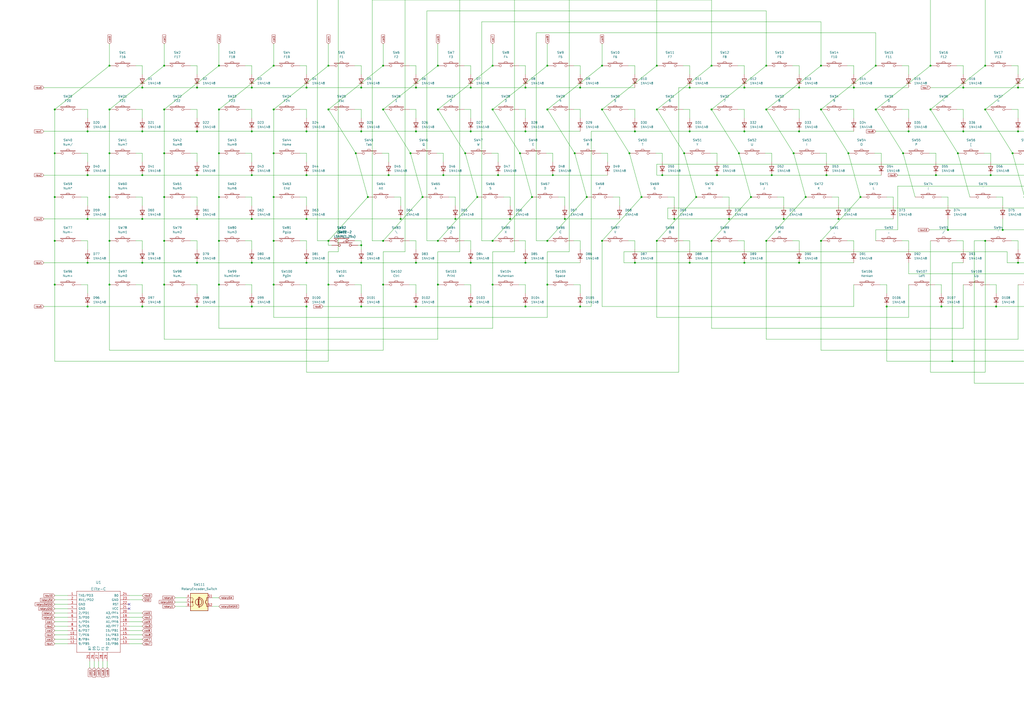
<source format=kicad_sch>
(kicad_sch (version 20211123) (generator eeschema)
  (paper "A2")
  (junction (at 444.5 38.1))
  (junction (at 454.66 127))
  (junction (at 622.3 142.24))
  (junction (at 241.3 50.8))
  (junction (at 431.8 76.2))
  (junction (at 603.25 139.7))
  (junction (at 317.5 63.5))
  (junction (at 31.75 63.5))
  (junction (at 463.55 76.2))
  (junction (at 546.1 177.8))
  (junction (at 467.36 114.3))
  (junction (at 400.05 76.2))
  (junction (at 63.5 63.5))
  (junction (at 177.8 76.2))
  (junction (at 177.8 50.8))
  (junction (at 273.05 76.2))
  (junction (at 603.25 38.1))
  (junction (at 114.3 101.6))
  (junction (at 31.75 139.7))
  (junction (at 317.5 165.1))
  (junction (at 82.55 177.8))
  (junction (at 638.175 101.6))
  (junction (at 381 139.7))
  (junction (at 82.55 50.8))
  (junction (at 127 114.3))
  (junction (at 264.16 127))
  (junction (at 508 63.5))
  (junction (at 114.3 177.8))
  (junction (at 273.05 152.4))
  (junction (at 146.05 76.2))
  (junction (at 31.75 114.3))
  (junction (at 609.6 177.8))
  (junction (at 412.75 139.7))
  (junction (at 158.75 165.1))
  (junction (at 63.5 38.1))
  (junction (at 82.55 127))
  (junction (at 63.5 88.9))
  (junction (at 403.86 114.3))
  (junction (at 571.5 63.5))
  (junction (at 594.36 114.3))
  (junction (at 273.05 50.8))
  (junction (at 499.11 114.3))
  (junction (at 206.375 88.9))
  (junction (at 654.05 50.8))
  (junction (at 158.75 63.5))
  (junction (at 635 63.5))
  (junction (at 654.05 76.2))
  (junction (at 552.45 209.55))
  (junction (at 127 139.7))
  (junction (at 95.25 139.7))
  (junction (at 476.25 139.7))
  (junction (at 95.25 114.3))
  (junction (at 146.05 177.8))
  (junction (at 635 38.1))
  (junction (at 222.25 139.7))
  (junction (at 254 38.1))
  (junction (at 555.625 88.9))
  (junction (at 241.3 76.2))
  (junction (at 222.25 165.1))
  (junction (at 400.05 50.8))
  (junction (at 177.8 101.6))
  (junction (at 95.25 38.1))
  (junction (at 622.3 50.8))
  (junction (at 431.8 50.8))
  (junction (at 114.3 127))
  (junction (at 422.91 127))
  (junction (at 288.925 101.6))
  (junction (at 349.25 139.7))
  (junction (at 384.175 101.6))
  (junction (at 549.91 133.35))
  (junction (at 587.375 88.9))
  (junction (at 308.61 114.3))
  (junction (at 320.675 101.6))
  (junction (at 301.625 88.9))
  (junction (at 571.5 139.7))
  (junction (at 254 63.5))
  (junction (at 372.11 114.3))
  (junction (at 146.05 50.8))
  (junction (at 508 38.1))
  (junction (at 431.8 152.4))
  (junction (at 590.55 76.2))
  (junction (at 365.125 88.9))
  (junction (at 368.3 76.2))
  (junction (at 606.425 101.6))
  (junction (at 590.55 50.8))
  (junction (at 50.8 127))
  (junction (at 209.55 76.2))
  (junction (at 158.75 139.7))
  (junction (at 209.55 152.4))
  (junction (at 31.75 88.9))
  (junction (at 285.75 165.1))
  (junction (at 269.875 88.9))
  (junction (at 127 88.9))
  (junction (at 190.5 165.1))
  (junction (at 114.3 152.4))
  (junction (at 190.5 63.5))
  (junction (at 381 38.1))
  (junction (at 486.41 127))
  (junction (at 95.25 88.9))
  (junction (at 50.8 101.6))
  (junction (at 82.55 76.2))
  (junction (at 590.55 152.4))
  (junction (at 238.125 88.9))
  (junction (at 327.66 127))
  (junction (at 527.05 76.2))
  (junction (at 95.25 165.1))
  (junction (at 31.75 165.1))
  (junction (at 336.55 177.8))
  (junction (at 542.925 101.6))
  (junction (at 254 165.1))
  (junction (at 615.95 133.35))
  (junction (at 444.5 139.7))
  (junction (at 539.75 63.5))
  (junction (at 523.875 88.9))
  (junction (at 622.3 152.4))
  (junction (at 225.425 101.6))
  (junction (at 638.175 91.44))
  (junction (at 577.85 177.8))
  (junction (at 209.55 177.8))
  (junction (at 114.3 76.2))
  (junction (at 63.5 114.3))
  (junction (at 304.8 152.4))
  (junction (at 158.75 38.1))
  (junction (at 514.35 177.8))
  (junction (at 391.16 127))
  (junction (at 63.5 165.1))
  (junction (at 654.05 66.04))
  (junction (at 415.925 101.6))
  (junction (at 82.55 152.4))
  (junction (at 317.5 139.7))
  (junction (at 317.5 38.1))
  (junction (at 479.425 101.6))
  (junction (at 285.75 38.1))
  (junction (at 304.8 76.2))
  (junction (at 63.5 139.7))
  (junction (at 146.05 152.4))
  (junction (at 333.375 88.9))
  (junction (at 146.05 101.6))
  (junction (at 127 38.1))
  (junction (at 245.11 114.3))
  (junction (at 285.75 63.5))
  (junction (at 304.8 50.8))
  (junction (at 190.5 38.1))
  (junction (at 95.25 63.5))
  (junction (at 444.5 63.5))
  (junction (at 177.8 127))
  (junction (at 558.8 50.8))
  (junction (at 209.55 142.24))
  (junction (at 114.3 50.8))
  (junction (at 539.75 38.1))
  (junction (at 222.25 63.5))
  (junction (at 50.8 152.4))
  (junction (at 400.05 152.4))
  (junction (at 492.125 88.9))
  (junction (at 412.75 63.5))
  (junction (at 571.5 38.1))
  (junction (at 304.8 177.8))
  (junction (at 241.3 152.4))
  (junction (at 435.61 114.3))
  (junction (at 495.3 50.8))
  (junction (at 581.66 133.35))
  (junction (at 276.86 114.3))
  (junction (at 190.5 139.7))
  (junction (at 349.25 38.1))
  (junction (at 460.375 88.9))
  (junction (at 476.25 38.1))
  (junction (at 447.675 101.6))
  (junction (at 619.125 88.9))
  (junction (at 209.55 50.8))
  (junction (at 558.8 76.2))
  (junction (at 285.75 139.7))
  (junction (at 336.55 50.8))
  (junction (at 127 63.5))
  (junction (at 241.3 177.8))
  (junction (at 158.75 88.9))
  (junction (at 50.8 177.8))
  (junction (at 254 139.7))
  (junction (at 412.75 38.1))
  (junction (at 222.25 38.1))
  (junction (at 340.36 114.3))
  (junction (at 177.8 177.8))
  (junction (at 368.3 152.4))
  (junction (at 603.25 142.24))
  (junction (at 177.8 152.4))
  (junction (at 381 63.5))
  (junction (at 257.175 101.6))
  (junction (at 613.41 133.35))
  (junction (at 213.36 114.3))
  (junction (at 574.675 101.6))
  (junction (at 273.05 177.8))
  (junction (at 127 165.1))
  (junction (at 82.55 101.6))
  (junction (at 463.55 152.4))
  (junction (at 611.505 114.3))
  (junction (at 428.625 88.9))
  (junction (at 232.41 127))
  (junction (at 476.25 63.5))
  (junction (at 50.8 76.2))
  (junction (at 396.875 88.9))
  (junction (at 622.3 76.2))
  (junction (at 603.25 63.5))
  (junction (at 295.91 127))
  (junction (at 349.25 63.5))
  (junction (at 158.75 114.3))
  (junction (at 463.55 50.8))
  (junction (at 146.05 127))
  (no_connect (at 74.93 353.06))
  (no_connect (at 74.93 350.52))
  (wire (pts (xy 549.91 133.35) (xy 581.66 133.35)))
  (wire (pts (xy 609.6 177.8) (xy 641.35 177.8)))
  (wire (pts (xy 368.3 38.1) (xy 368.3 43.18)))
  (wire (pts (xy 78.74 114.3) (xy 82.55 114.3)))
  (wire (pts (xy 82.55 101.6) (xy 114.3 101.6)))
  (wire (pts (xy 527.05 158.75) (xy 615.95 158.75)))
  (wire (pts (xy 428.625 88.9) (xy 435.61 114.3)))
  (wire (pts (xy 276.86 114.3) (xy 254 139.7)))
  (wire (pts (xy 177.8 127) (xy 232.41 127)))
  (wire (pts (xy 285.75 139.7) (xy 279.4 139.7)))
  (wire (pts (xy 31.75 363.22) (xy 39.37 363.22)))
  (wire (pts (xy 31.75 350.52) (xy 39.37 350.52)))
  (wire (pts (xy 558.8 165.1) (xy 558.8 190.5)))
  (wire (pts (xy 514.35 177.8) (xy 546.1 177.8)))
  (wire (pts (xy 615.95 133.35) (xy 647.7 133.35)))
  (wire (pts (xy 381 63.5) (xy 396.875 88.9)))
  (wire (pts (xy 50.8 177.8) (xy 82.55 177.8)))
  (wire (pts (xy 584.2 146.05) (xy 584.2 152.4)))
  (wire (pts (xy 622.3 38.1) (xy 622.3 43.18)))
  (wire (pts (xy 225.425 101.6) (xy 257.175 101.6)))
  (wire (pts (xy 110.49 139.7) (xy 114.3 139.7)))
  (wire (pts (xy 364.49 63.5) (xy 368.3 63.5)))
  (wire (pts (xy 146.05 139.7) (xy 146.05 144.78)))
  (wire (pts (xy 412.75 38.1) (xy 381 63.5)))
  (wire (pts (xy 641.35 76.2) (xy 641.35 158.75)))
  (wire (pts (xy 206.375 88.9) (xy 213.36 114.3)))
  (wire (pts (xy 606.425 88.9) (xy 606.425 93.98)))
  (wire (pts (xy 158.75 25.4) (xy 158.75 38.1)))
  (wire (pts (xy 95.25 139.7) (xy 95.25 165.1)))
  (wire (pts (xy 114.3 152.4) (xy 146.05 152.4)))
  (wire (pts (xy 234.95 -19.05) (xy 234.95 146.05)))
  (wire (pts (xy 459.74 63.5) (xy 463.55 63.5)))
  (wire (pts (xy 209.55 165.1) (xy 209.55 170.18)))
  (wire (pts (xy 571.5 215.9) (xy 539.75 215.9)))
  (wire (pts (xy 317.5 165.1) (xy 317.5 146.05)))
  (wire (pts (xy 590.55 63.5) (xy 590.55 68.58)))
  (wire (pts (xy 50.8 127) (xy 82.55 127)))
  (wire (pts (xy 523.24 139.7) (xy 527.05 139.7)))
  (wire (pts (xy 400.05 76.2) (xy 431.8 76.2)))
  (wire (pts (xy 603.25 -25.4) (xy 266.7 -25.4)))
  (wire (pts (xy 63.5 38.1) (xy 31.75 63.5)))
  (wire (pts (xy 46.99 114.3) (xy 50.8 114.3)))
  (wire (pts (xy 317.5 184.15) (xy 158.75 184.15)))
  (wire (pts (xy 215.9 0) (xy 412.75 0)))
  (wire (pts (xy 304.8 63.5) (xy 304.8 68.58)))
  (wire (pts (xy 539.75 38.1) (xy 539.75 -12.7)))
  (wire (pts (xy 387.35 120.65) (xy 387.35 127)))
  (wire (pts (xy 146.05 50.8) (xy 177.8 50.8)))
  (wire (pts (xy 482.6 114.3) (xy 486.41 114.3)))
  (wire (pts (xy 523.24 38.1) (xy 527.05 38.1)))
  (wire (pts (xy 654.05 66.04) (xy 654.05 68.58)))
  (wire (pts (xy 285.75 146.05) (xy 285.75 165.1)))
  (wire (pts (xy 311.15 139.7) (xy 311.15 19.05)))
  (wire (pts (xy 63.5 63.5) (xy 63.5 88.9)))
  (wire (pts (xy 348.615 88.9) (xy 352.425 88.9)))
  (wire (pts (xy 622.3 76.2) (xy 641.35 76.2)))
  (wire (pts (xy 237.49 38.1) (xy 241.3 38.1)))
  (wire (pts (xy 364.49 139.7) (xy 368.3 139.7)))
  (wire (pts (xy 127 165.1) (xy 127 190.5)))
  (wire (pts (xy 114.3 101.6) (xy 146.05 101.6)))
  (wire (pts (xy 463.55 139.7) (xy 463.55 144.78)))
  (wire (pts (xy 209.55 38.1) (xy 209.55 43.18)))
  (wire (pts (xy 422.91 127) (xy 454.66 127)))
  (wire (pts (xy 114.3 76.2) (xy 146.05 76.2)))
  (wire (pts (xy 205.74 63.5) (xy 209.55 63.5)))
  (wire (pts (xy 387.35 114.3) (xy 391.16 114.3)))
  (wire (pts (xy 327.66 114.3) (xy 327.66 119.38)))
  (wire (pts (xy 444.5 139.7) (xy 444.5 196.85)))
  (wire (pts (xy 555.625 88.9) (xy 562.61 114.3)))
  (wire (pts (xy 273.05 50.8) (xy 304.8 50.8)))
  (wire (pts (xy 393.7 50.8) (xy 393.7 215.9)))
  (wire (pts (xy 603.25 222.25) (xy 603.25 142.24)))
  (wire (pts (xy 444.5 38.1) (xy 412.75 63.5)))
  (wire (pts (xy 241.3 177.8) (xy 273.05 177.8)))
  (wire (pts (xy 552.45 209.55) (xy 647.7 209.55)))
  (wire (pts (xy 638.175 146.05) (xy 596.9 146.05)))
  (wire (pts (xy 127 139.7) (xy 127 165.1)))
  (wire (pts (xy 50.8 76.2) (xy 82.55 76.2)))
  (wire (pts (xy 431.8 63.5) (xy 431.8 68.58)))
  (wire (pts (xy 264.16 127) (xy 295.91 127)))
  (wire (pts (xy 542.29 165.1) (xy 546.1 165.1)))
  (wire (pts (xy 285.75 146.05) (xy 298.45 146.05)))
  (wire (pts (xy 638.175 88.9) (xy 638.175 91.44)))
  (wire (pts (xy 380.365 88.9) (xy 384.175 88.9)))
  (wire (pts (xy 225.425 88.9) (xy 225.425 93.98)))
  (wire (pts (xy 82.55 88.9) (xy 82.55 93.98)))
  (wire (pts (xy 463.55 38.1) (xy 463.55 43.18)))
  (wire (pts (xy 308.61 114.3) (xy 285.75 139.7)))
  (wire (pts (xy 431.8 152.4) (xy 463.55 152.4)))
  (wire (pts (xy 546.1 177.8) (xy 577.85 177.8)))
  (wire (pts (xy 241.3 152.4) (xy 273.05 152.4)))
  (wire (pts (xy 62.23 383.54) (xy 62.23 387.35)))
  (wire (pts (xy 590.55 139.7) (xy 590.55 144.78)))
  (wire (pts (xy 381 38.1) (xy 349.25 63.5)))
  (wire (pts (xy 228.6 114.3) (xy 232.41 114.3)))
  (wire (pts (xy 254 63.5) (xy 269.875 88.9)))
  (wire (pts (xy 349.25 38.1) (xy 317.5 63.5)))
  (wire (pts (xy 114.3 88.9) (xy 114.3 93.98)))
  (wire (pts (xy 190.5 25.4) (xy 190.5 38.1)))
  (wire (pts (xy 355.6 114.3) (xy 359.41 114.3)))
  (wire (pts (xy 177.8 139.7) (xy 177.8 144.78)))
  (wire (pts (xy 82.55 114.3) (xy 82.55 119.38)))
  (wire (pts (xy 82.55 76.2) (xy 114.3 76.2)))
  (wire (pts (xy 127 114.3) (xy 127 139.7)))
  (wire (pts (xy 336.55 165.1) (xy 336.55 170.18)))
  (wire (pts (xy 603.25 38.1) (xy 571.5 63.5)))
  (wire (pts (xy 618.49 139.7) (xy 622.3 139.7)))
  (wire (pts (xy 552.45 152.4) (xy 552.45 209.55)))
  (wire (pts (xy 613.41 133.35) (xy 615.95 133.35)))
  (wire (pts (xy 571.5 38.1) (xy 571.5 -19.05)))
  (wire (pts (xy 381 -6.35) (xy 381 38.1)))
  (wire (pts (xy 666.75 -38.1) (xy 635 63.5)))
  (wire (pts (xy 508 133.35) (xy 508 139.7)))
  (wire (pts (xy 82.55 50.8) (xy 114.3 50.8)))
  (wire (pts (xy 613.41 114.3) (xy 613.41 119.38)))
  (wire (pts (xy 25.4 177.8) (xy 50.8 177.8)))
  (wire (pts (xy 304.8 152.4) (xy 336.55 152.4)))
  (wire (pts (xy 415.925 88.9) (xy 415.925 93.98)))
  (wire (pts (xy 31.75 353.06) (xy 39.37 353.06)))
  (wire (pts (xy 400.05 38.1) (xy 400.05 43.18)))
  (wire (pts (xy 196.215 146.05) (xy 190.5 146.05)))
  (wire (pts (xy 269.24 139.7) (xy 273.05 139.7)))
  (wire (pts (xy 527.05 184.15) (xy 527.05 165.1)))
  (wire (pts (xy 114.3 63.5) (xy 114.3 68.58)))
  (wire (pts (xy 542.925 101.6) (xy 574.675 101.6)))
  (wire (pts (xy 587.375 88.9) (xy 594.36 114.3)))
  (wire (pts (xy 177.8 38.1) (xy 177.8 43.18)))
  (wire (pts (xy 636.905 66.04) (xy 635 66.04)))
  (wire (pts (xy 609.6 88.9) (xy 609.6 107.95)))
  (wire (pts (xy 332.74 38.1) (xy 336.55 38.1)))
  (wire (pts (xy 190.5 165.1) (xy 190.5 209.55)))
  (wire (pts (xy 209.55 63.5) (xy 209.55 68.58)))
  (wire (pts (xy 463.55 76.2) (xy 495.3 76.2)))
  (wire (pts (xy 558.8 38.1) (xy 558.8 43.18)))
  (wire (pts (xy 110.49 165.1) (xy 114.3 165.1)))
  (wire (pts (xy 241.3 76.2) (xy 273.05 76.2)))
  (wire (pts (xy 447.675 101.6) (xy 479.425 101.6)))
  (wire (pts (xy 349.25 25.4) (xy 349.25 38.1)))
  (wire (pts (xy 605.79 165.1) (xy 609.6 165.1)))
  (wire (pts (xy 241.3 50.8) (xy 273.05 50.8)))
  (wire (pts (xy 571.5 139.7) (xy 571.5 215.9)))
  (wire (pts (xy 31.75 88.9) (xy 31.75 114.3)))
  (wire (pts (xy 82.55 139.7) (xy 82.55 144.78)))
  (wire (pts (xy 241.3 38.1) (xy 241.3 43.18)))
  (wire (pts (xy 146.05 101.6) (xy 177.8 101.6)))
  (wire (pts (xy 539.115 88.9) (xy 542.925 88.9)))
  (wire (pts (xy 213.36 114.3) (xy 190.5 139.7)))
  (wire (pts (xy 78.74 38.1) (xy 82.55 38.1)))
  (wire (pts (xy 209.55 139.7) (xy 209.55 142.24)))
  (wire (pts (xy 400.05 63.5) (xy 400.05 68.58)))
  (wire (pts (xy 317.5 63.5) (xy 333.375 88.9)))
  (wire (pts (xy 31.75 63.5) (xy 31.75 88.9)))
  (wire (pts (xy 222.25 203.2) (xy 63.5 203.2)))
  (wire (pts (xy 558.8 152.4) (xy 552.45 152.4)))
  (wire (pts (xy 158.75 165.1) (xy 158.75 184.15)))
  (wire (pts (xy 495.3 139.7) (xy 495.3 144.78)))
  (wire (pts (xy 332.74 63.5) (xy 336.55 63.5)))
  (wire (pts (xy 596.265 116.84) (xy 594.36 116.84)))
  (wire (pts (xy 74.93 368.3) (xy 82.55 368.3)))
  (wire (pts (xy 558.8 76.2) (xy 590.55 76.2)))
  (wire (pts (xy 622.3 50.8) (xy 654.05 50.8)))
  (wire (pts (xy 400.05 50.8) (xy 431.8 50.8)))
  (wire (pts (xy 123.19 351.79) (xy 127 351.79)))
  (wire (pts (xy 74.93 345.44) (xy 82.55 345.44)))
  (wire (pts (xy 31.75 370.84) (xy 39.37 370.84)))
  (wire (pts (xy 82.55 177.8) (xy 114.3 177.8)))
  (wire (pts (xy 396.24 38.1) (xy 400.05 38.1)))
  (wire (pts (xy 31.75 165.1) (xy 31.75 209.55)))
  (wire (pts (xy 158.75 88.9) (xy 158.75 114.3)))
  (wire (pts (xy 634.365 88.9) (xy 638.175 88.9)))
  (wire (pts (xy 146.05 165.1) (xy 146.05 170.18)))
  (wire (pts (xy 606.425 101.6) (xy 638.175 101.6)))
  (wire (pts (xy 467.36 114.3) (xy 444.5 139.7)))
  (wire (pts (xy 95.25 38.1) (xy 63.5 63.5)))
  (wire (pts (xy 50.8 63.5) (xy 50.8 68.58)))
  (wire (pts (xy 364.49 38.1) (xy 368.3 38.1)))
  (wire (pts (xy 260.35 114.3) (xy 264.16 114.3)))
  (wire (pts (xy 514.35 209.55) (xy 552.45 209.55)))
  (wire (pts (xy 74.93 358.14) (xy 82.55 358.14)))
  (wire (pts (xy 269.24 165.1) (xy 273.05 165.1)))
  (wire (pts (xy 241.3 165.1) (xy 241.3 170.18)))
  (wire (pts (xy 571.5 -19.05) (xy 234.95 -19.05)))
  (wire (pts (xy 114.3 177.8) (xy 146.05 177.8)))
  (wire (pts (xy 638.175 91.44) (xy 638.175 93.98)))
  (wire (pts (xy 78.74 88.9) (xy 82.55 88.9)))
  (wire (pts (xy 74.93 365.76) (xy 82.55 365.76)))
  (wire (pts (xy 57.15 383.54) (xy 57.15 387.35)))
  (wire (pts (xy 558.8 50.8) (xy 590.55 50.8)))
  (wire (pts (xy 317.5 139.7) (xy 311.15 139.7)))
  (wire (pts (xy 368.3 76.2) (xy 342.9 76.2)))
  (wire (pts (xy 368.3 76.2) (xy 400.05 76.2)))
  (wire (pts (xy 298.45 -31.75) (xy 298.45 146.05)))
  (wire (pts (xy 142.24 63.5) (xy 146.05 63.5)))
  (wire (pts (xy 427.99 139.7) (xy 431.8 139.7)))
  (wire (pts (xy 654.05 95.25) (xy 381 95.25)))
  (wire (pts (xy 527.05 139.7) (xy 527.05 144.78)))
  (wire (pts (xy 247.65 139.7) (xy 254 139.7)))
  (wire (pts (xy 190.5 142.24) (xy 190.5 139.7)))
  (wire (pts (xy 332.74 139.7) (xy 336.55 139.7)))
  (wire (pts (xy 495.3 50.8) (xy 527.05 50.8)))
  (wire (pts (xy 349.25 63.5) (xy 365.125 88.9)))
  (wire (pts (xy 621.03 91.44) (xy 619.125 91.44)))
  (wire (pts (xy 31.75 139.7) (xy 31.75 165.1)))
  (wire (pts (xy 215.9 139.7) (xy 222.25 139.7)))
  (wire (pts (xy 74.93 373.38) (xy 82.55 373.38)))
  (wire (pts (xy 654.05 38.1) (xy 654.05 43.18)))
  (wire (pts (xy 584.2 146.05) (xy 361.95 146.05)))
  (wire (pts (xy 387.35 120.65) (xy 635 120.65)))
  (wire (pts (xy 571.5 38.1) (xy 539.75 63.5)))
  (wire (pts (xy 146.05 127) (xy 177.8 127)))
  (wire (pts (xy 539.115 133.35) (xy 549.91 133.35)))
  (wire (pts (xy 127 38.1) (xy 95.25 63.5)))
  (wire (pts (xy 127 88.9) (xy 127 114.3)))
  (wire (pts (xy 114.3 127) (xy 146.05 127)))
  (wire (pts (xy 650.24 38.1) (xy 654.05 38.1)))
  (wire (pts (xy 74.93 355.6) (xy 82.55 355.6)))
  (wire (pts (xy 25.4 152.4) (xy 50.8 152.4)))
  (wire (pts (xy 31.75 355.6) (xy 39.37 355.6)))
  (wire (pts (xy 613.41 127) (xy 613.41 133.35)))
  (wire (pts (xy 177.8 177.8) (xy 177.8 215.9)))
  (wire (pts (xy 652.145 66.04) (xy 654.05 66.04)))
  (wire (pts (xy 546.1 114.3) (xy 549.91 114.3)))
  (wire (pts (xy 574.04 165.1) (xy 577.85 165.1)))
  (wire (pts (xy 288.925 88.9) (xy 288.925 93.98)))
  (wire (pts (xy 558.8 190.5) (xy 412.75 190.5)))
  (wire (pts (xy 384.175 88.9) (xy 384.175 93.98)))
  (wire (pts (xy 403.86 114.3) (xy 381 139.7)))
  (wire (pts (xy 444.5 63.5) (xy 460.375 88.9)))
  (wire (pts (xy 618.49 63.5) (xy 622.3 63.5)))
  (wire (pts (xy 412.75 0) (xy 412.75 38.1)))
  (wire (pts (xy 273.05 63.5) (xy 273.05 68.58)))
  (wire (pts (xy 173.99 63.5) (xy 177.8 63.5)))
  (wire (pts (xy 146.05 114.3) (xy 146.05 119.38)))
  (wire (pts (xy 209.55 50.8) (xy 241.3 50.8)))
  (wire (pts (xy 173.99 114.3) (xy 177.8 114.3)))
  (wire (pts (xy 101.6 346.71) (xy 107.95 346.71)))
  (wire (pts (xy 635 152.4) (xy 635 120.65)))
  (wire (pts (xy 586.74 139.7) (xy 590.55 139.7)))
  (wire (pts (xy 279.4 12.7) (xy 476.25 12.7)))
  (wire (pts (xy 192.405 142.24) (xy 190.5 142.24)))
  (wire (pts (xy 205.74 38.1) (xy 209.55 38.1)))
  (wire (pts (xy 609.6 107.95) (xy 520.7 107.95)))
  (wire (pts (xy 311.15 19.05) (xy 508 19.05)))
  (wire (pts (xy 31.75 365.76) (xy 39.37 365.76)))
  (wire (pts (xy 78.74 165.1) (xy 82.55 165.1)))
  (wire (pts (xy 400.05 139.7) (xy 400.05 144.78)))
  (wire (pts (xy 221.615 88.9) (xy 225.425 88.9)))
  (wire (pts (xy 475.615 88.9) (xy 479.425 88.9)))
  (wire (pts (xy 558.8 63.5) (xy 558.8 68.58)))
  (wire (pts (xy 361.95 146.05) (xy 361.95 152.4)))
  (wire (pts (xy 222.25 25.4) (xy 222.25 38.1)))
  (wire (pts (xy 349.25 177.8) (xy 495.3 177.8)))
  (wire (pts (xy 127 25.4) (xy 127 38.1)))
  (wire (pts (xy 554.99 38.1) (xy 558.8 38.1)))
  (wire (pts (xy 565.15 222.25) (xy 603.25 222.25)))
  (wire (pts (xy 95.25 88.9) (xy 95.25 114.3)))
  (wire (pts (xy 50.8 88.9) (xy 50.8 93.98)))
  (wire (pts (xy 323.85 114.3) (xy 327.66 114.3)))
  (wire (pts (xy 285.75 190.5) (xy 127 190.5)))
  (wire (pts (xy 31.75 347.98) (xy 39.37 347.98)))
  (wire (pts (xy 177.8 114.3) (xy 177.8 119.38)))
  (wire (pts (xy 454.66 114.3) (xy 454.66 119.38)))
  (wire (pts (xy 641.35 165.1) (xy 641.35 170.18)))
  (wire (pts (xy 295.91 127) (xy 327.66 127)))
  (wire (pts (xy 415.925 101.6) (xy 447.675 101.6)))
  (wire (pts (xy 31.75 358.14) (xy 39.37 358.14)))
  (wire (pts (xy 95.25 63.5) (xy 95.25 88.9)))
  (wire (pts (xy 444.5 196.85) (xy 590.55 196.85)))
  (wire (pts (xy 602.615 88.9) (xy 606.425 88.9)))
  (wire (pts (xy 222.25 165.1) (xy 222.25 203.2)))
  (wire (pts (xy 336.55 139.7) (xy 336.55 144.78)))
  (wire (pts (xy 391.16 114.3) (xy 391.16 119.38)))
  (wire (pts (xy 590.55 196.85) (xy 590.55 165.1)))
  (wire (pts (xy 158.75 38.1) (xy 127 63.5)))
  (wire (pts (xy 241.3 139.7) (xy 241.3 144.78)))
  (wire (pts (xy 486.41 127) (xy 518.16 127)))
  (wire (pts (xy 422.91 114.3) (xy 422.91 119.38)))
  (wire (pts (xy 636.27 91.44) (xy 638.175 91.44)))
  (wire (pts (xy 288.925 101.6) (xy 320.675 101.6)))
  (wire (pts (xy 336.55 63.5) (xy 336.55 68.58)))
  (wire (pts (xy 615.95 133.35) (xy 615.95 158.75)))
  (wire (pts (xy 273.05 76.2) (xy 304.8 76.2)))
  (wire (pts (xy 352.425 88.9) (xy 352.425 93.98)))
  (wire (pts (xy 304.8 165.1) (xy 304.8 170.18)))
  (wire (pts (xy 539.75 139.7) (xy 539.75 215.9)))
  (wire (pts (xy 647.7 133.35) (xy 647.7 209.55)))
  (wire (pts (xy 146.05 38.1) (xy 146.05 43.18)))
  (wire (pts (xy 317.5 38.1) (xy 285.75 63.5)))
  (wire (pts (xy 527.05 152.4) (xy 527.05 158.75)))
  (wire (pts (xy 205.74 139.7) (xy 209.55 139.7)))
  (wire (pts (xy 184.15 139.7) (xy 184.15 -6.35)))
  (wire (pts (xy 340.36 114.3) (xy 317.5 139.7)))
  (wire (pts (xy 618.49 38.1) (xy 622.3 38.1)))
  (wire (pts (xy 459.74 38.1) (xy 463.55 38.1)))
  (wire (pts (xy 50.8 139.7) (xy 50.8 144.78)))
  (wire (pts (xy 273.05 177.8) (xy 304.8 177.8)))
  (wire (pts (xy 74.93 347.98) (xy 82.55 347.98)))
  (wire (pts (xy 273.05 139.7) (xy 273.05 144.78)))
  (wire (pts (xy 222.25 38.1) (xy 190.5 63.5)))
  (wire (pts (xy 209.55 177.8) (xy 241.3 177.8)))
  (wire (pts (xy 527.05 63.5) (xy 527.05 68.58)))
  (wire (pts (xy 558.8 139.7) (xy 558.8 144.78)))
  (wire (pts (xy 342.9 76.2) (xy 342.9 177.8)))
  (wire (pts (xy 254 196.85) (xy 95.25 196.85)))
  (wire (pts (xy 232.41 114.3) (xy 232.41 119.38)))
  (wire (pts (xy 539.75 63.5) (xy 555.625 88.9)))
  (wire (pts (xy 463.55 152.4) (xy 495.3 152.4)))
  (wire (pts (xy 508 63.5) (xy 523.875 88.9)))
  (wire (pts (xy 177.8 76.2) (xy 209.55 76.2)))
  (wire (pts (xy 127 63.5) (xy 127 88.9)))
  (wire (pts (xy 146.05 177.8) (xy 177.8 177.8)))
  (wire (pts (xy 74.93 370.84) (xy 82.55 370.84)))
  (wire (pts (xy 454.66 127) (xy 486.41 127)))
  (wire (pts (xy 238.125 88.9) (xy 245.11 114.3)))
  (wire (pts (xy 207.645 142.24) (xy 209.55 142.24)))
  (wire (pts (xy 63.5 88.9) (xy 63.5 114.3)))
  (wire (pts (xy 542.925 88.9) (xy 542.925 93.98)))
  (wire (pts (xy 74.93 363.22) (xy 82.55 363.22)))
  (wire (pts (xy 650.24 63.5) (xy 654.05 63.5)))
  (wire (pts (xy 476.25 38.1) (xy 444.5 63.5)))
  (wire (pts (xy 581.66 133.35) (xy 613.41 133.35)))
  (wire (pts (xy 381 184.15) (xy 527.05 184.15)))
  (wire (pts (xy 637.54 165.1) (xy 641.35 165.1)))
  (wire (pts (xy 63.5 25.4) (xy 63.5 38.1)))
  (wire (pts (xy 554.99 139.7) (xy 558.8 139.7)))
  (wire (pts (xy 304.8 177.8) (xy 336.55 177.8)))
  (wire (pts (xy 209.55 76.2) (xy 241.3 76.2)))
  (wire (pts (xy 431.8 76.2) (xy 463.55 76.2)))
  (wire (pts (xy 372.11 114.3) (xy 349.25 139.7)))
  (wire (pts (xy 173.99 88.9) (xy 177.8 88.9)))
  (wire (pts (xy 586.74 38.1) (xy 590.55 38.1)))
  (wire (pts (xy 586.74 63.5) (xy 590.55 63.5)))
  (wire (pts (xy 269.24 63.5) (xy 273.05 63.5)))
  (wire (pts (xy 78.74 139.7) (xy 82.55 139.7)))
  (wire (pts (xy 110.49 38.1) (xy 114.3 38.1)))
  (wire (pts (xy 510.54 165.1) (xy 514.35 165.1)))
  (wire (pts (xy 571.5 139.7) (xy 565.15 139.7)))
  (wire (pts (xy 518.16 114.3) (xy 518.16 119.38)))
  (wire (pts (xy 320.675 88.9) (xy 320.675 93.98)))
  (wire (pts (xy 142.24 139.7) (xy 146.05 139.7)))
  (wire (pts (xy 209.55 152.4) (xy 241.3 152.4)))
  (wire (pts (xy 273.05 38.1) (xy 273.05 43.18)))
  (wire (pts (xy 622.3 142.24) (xy 622.3 144.78)))
  (wire (pts (xy 361.95 152.4) (xy 368.3 152.4)))
  (wire (pts (xy 190.5 63.5) (xy 206.375 88.9)))
  (wire (pts (xy 514.35 165.1) (xy 514.35 170.18)))
  (wire (pts (xy 577.85 114.3) (xy 581.66 114.3)))
  (wire (pts (xy 173.99 165.1) (xy 177.8 165.1)))
  (wire (pts (xy 391.16 127) (xy 422.91 127)))
  (wire (pts (xy 114.3 165.1) (xy 114.3 170.18)))
  (wire (pts (xy 114.3 114.3) (xy 114.3 119.38)))
  (wire (pts (xy 603.25 38.1) (xy 603.25 -25.4)))
  (wire (pts (xy 300.99 165.1) (xy 304.8 165.1)))
  (wire (pts (xy 300.99 38.1) (xy 304.8 38.1)))
  (wire (pts (xy 609.6 165.1) (xy 609.6 170.18)))
  (wire (pts (xy 304.8 38.1) (xy 304.8 43.18)))
  (wire (pts (xy 46.99 139.7) (xy 50.8 139.7)))
  (wire (pts (xy 74.93 360.68) (xy 82.55 360.68)))
  (wire (pts (xy 184.15 -6.35) (xy 381 -6.35)))
  (wire (pts (xy 554.99 63.5) (xy 558.8 63.5)))
  (wire (pts (xy 187.325 177.8) (xy 209.55 177.8)))
  (wire (pts (xy 222.25 63.5) (xy 238.125 88.9)))
  (wire (pts (xy 460.375 88.9) (xy 467.36 114.3)))
  (wire (pts (xy 412.75 139.7) (xy 412.75 190.5)))
  (wire (pts (xy 654.05 50.8) (xy 660.4 50.8)))
  (wire (pts (xy 95.25 25.4) (xy 95.25 38.1)))
  (wire (pts (xy 25.4 101.6) (xy 50.8 101.6)))
  (wire (pts (xy 142.24 88.9) (xy 146.05 88.9)))
  (wire (pts (xy 330.2 -38.1) (xy 330.2 146.05)))
  (wire (pts (xy 486.41 114.3) (xy 486.41 119.38)))
  (wire (pts (xy 459.74 139.7) (xy 463.55 139.7)))
  (wire (pts (xy 177.8 165.1) (xy 177.8 170.18)))
  (wire (pts (xy 574.675 88.9) (xy 574.675 93.98)))
  (wire (pts (xy 177.8 50.8) (xy 209.55 50.8)))
  (wire (pts (xy 492.125 88.9) (xy 499.11 114.3)))
  (wire (pts (xy 447.675 88.9) (xy 447.675 93.98)))
  (wire (pts (xy 25.4 76.2) (xy 50.8 76.2)))
  (wire (pts (xy 660.4 50.8) (xy 660.4 76.2)))
  (wire (pts (xy 46.99 63.5) (xy 50.8 63.5)))
  (wire (pts (xy 273.05 165.1) (xy 273.05 170.18)))
  (wire (pts (xy 190.5 38.1) (xy 158.75 63.5)))
  (wire (pts (xy 549.91 127) (xy 549.91 133.35)))
  (wire (pts (xy 257.175 101.6) (xy 288.925 101.6)))
  (wire (pts (xy 237.49 165.1) (xy 241.3 165.1)))
  (wire (pts (xy 349.25 139.7) (xy 349.25 177.8)))
  (wire (pts (xy 52.07 383.54) (xy 52.07 387.35)))
  (wire (pts (xy 46.99 88.9) (xy 50.8 88.9)))
  (wire (pts (xy 431.8 38.1) (xy 431.8 43.18)))
  (wire (pts (xy 82.55 127) (xy 114.3 127)))
  (wire (pts (xy 273.05 152.4) (xy 304.8 152.4)))
  (wire (pts (xy 146.05 152.4) (xy 177.8 152.4)))
  (wire (pts (xy 539.75 38.1) (xy 508 63.5)))
  (wire (pts (xy 443.865 88.9) (xy 447.675 88.9)))
  (wire (pts (xy 95.25 114.3) (xy 95.25 139.7)))
  (wire (pts (xy 332.74 165.1) (xy 336.55 165.1)))
  (wire (pts (xy 611.505 114.3) (xy 613.41 114.3)))
  (wire (pts (xy 594.36 116.84) (xy 594.36 114.3)))
  (wire (pts (xy 177.8 63.5) (xy 177.8 68.58)))
  (wire (pts (xy 476.25 63.5) (xy 492.125 88.9)))
  (wire (pts (xy 622.3 152.4) (xy 635 152.4)))
  (wire (pts (xy 63.5 114.3) (xy 63.5 139.7)))
  (wire (pts (xy 396.24 63.5) (xy 400.05 63.5)))
  (wire (pts (xy 300.99 63.5) (xy 304.8 63.5)))
  (wire (pts (xy 507.365 88.9) (xy 511.175 88.9)))
  (wire (pts (xy 400.05 50.8) (xy 393.7 50.8)))
  (wire (pts (xy 396.24 139.7) (xy 400.05 139.7)))
  (wire (pts (xy 520.7 133.35) (xy 508 133.35)))
  (wire (pts (xy 31.75 345.44) (xy 39.37 345.44)))
  (wire (pts (xy 491.49 139.7) (xy 495.3 139.7)))
  (wire (pts (xy 215.9 0) (xy 215.9 139.7)))
  (wire (pts (xy 196.215 -12.7) (xy 196.215 146.05)))
  (wire (pts (xy 508 19.05) (xy 508 38.1)))
  (wire (pts (xy 95.25 165.1) (xy 95.25 196.85)))
  (wire (pts (xy 205.74 165.1) (xy 209.55 165.1)))
  (wire (pts (xy 123.19 346.71) (xy 127 346.71)))
  (wire (pts (xy 110.49 63.5) (xy 114.3 63.5)))
  (wire (pts (xy 491.49 38.1) (xy 495.3 38.1)))
  (wire (pts (xy 114.3 139.7) (xy 114.3 144.78)))
  (wire (pts (xy 571.5 63.5) (xy 587.375 88.9)))
  (wire (pts (xy 476.25 203.2) (xy 622.3 203.2)))
  (wire (pts (xy 82.55 165.1) (xy 82.55 170.18)))
  (wire (pts (xy 590.55 50.8) (xy 622.3 50.8)))
  (wire (pts (xy 59.69 383.54) (xy 59.69 387.35)))
  (wire (pts (xy 581.66 127) (xy 581.66 133.35)))
  (wire (pts (xy 431.8 50.8) (xy 463.55 50.8)))
  (wire (pts (xy 508 76.2) (xy 527.05 76.2)))
  (wire (pts (xy 590.55 152.4) (xy 596.9 152.4)))
  (wire (pts (xy 523.24 63.5) (xy 527.05 63.5)))
  (wire (pts (xy 654.05 63.5) (xy 654.05 66.04)))
  (wire (pts (xy 514.35 177.8) (xy 514.35 209.55)))
  (wire (pts (xy 254 146.05) (xy 254 165.1)))
  (wire (pts (xy 520.7 107.95) (xy 520.7 133.35)))
  (wire (pts (xy 590.55 152.4) (xy 584.2 152.4)))
  (wire (pts (xy 237.49 63.5) (xy 241.3 63.5)))
  (wire (pts (xy 253.365 88.9) (xy 257.175 88.9)))
  (wire (pts (xy 476.25 139.7) (xy 476.25 203.2)))
  (wire (pts (xy 177.8 152.4) (xy 209.55 152.4)))
  (wire (pts (xy 622.3 203.2) (xy 622.3 165.1)))
  (wire (pts (xy 495.3 38.1) (xy 495.3 43.18)))
  (wire (pts (xy 622.3 139.7) (xy 622.3 142.24)))
  (wire (pts (xy 660.4 76.2) (xy 654.05 76.2)))
  (wire (pts (xy 31.75 368.3) (xy 39.37 368.3)))
  (wire (pts (xy 514.35 114.3) (xy 518.16 114.3)))
  (wire (pts (xy 142.24 165.1) (xy 146.05 165.1)))
  (wire (pts (xy 495.3 165.1) (xy 495.3 177.8)))
  (wire (pts (xy 393.7 215.9) (xy 177.8 215.9)))
  (wire (pts (xy 285.115 88.9) (xy 288.925 88.9)))
  (wire (pts (xy 50.8 101.6) (xy 82.55 101.6)))
  (wire (pts (xy 50.8 152.4) (xy 82.55 152.4)))
  (wire (pts (xy 266.7 -25.4) (xy 266.7 146.05)))
  (wire (pts (xy 546.1 165.1) (xy 546.1 170.18)))
  (wire (pts (xy 539.75 -12.7) (xy 196.215 -12.7)))
  (wire (pts (xy 304.8 76.2) (xy 336.55 76.2)))
  (wire (pts (xy 463.55 50.8) (xy 495.3 50.8)))
  (wire (pts (xy 368.3 63.5) (xy 368.3 68.58)))
  (wire (pts (xy 479.425 88.9) (xy 479.425 93.98)))
  (wire (pts (xy 327.66 127) (xy 359.41 127)))
  (wire (pts (xy 336.55 177.8) (xy 342.9 177.8)))
  (wire (pts (xy 603.25 142.24) (xy 605.155 142.24)))
  (wire (pts (xy 520.7 101.6) (xy 542.925 101.6)))
  (wire (pts (xy 110.49 114.3) (xy 114.3 114.3)))
  (wire (pts (xy 619.125 88.9) (xy 609.6 88.9)))
  (wire (pts (xy 603.25 142.24) (xy 603.25 139.7)))
  (wire (pts (xy 427.99 38.1) (xy 431.8 38.1)))
  (wire (pts (xy 82.55 63.5) (xy 82.55 68.58)))
  (wire (pts (xy 78.74 63.5) (xy 82.55 63.5)))
  (wire (pts (xy 190.5 209.55) (xy 31.75 209.55)))
  (wire (pts (xy 577.85 177.8) (xy 609.6 177.8)))
  (wire (pts (xy 368.3 139.7) (xy 368.3 144.78)))
  (wire (pts (xy 412.115 88.9) (xy 415.925 88.9)))
  (wire (pts (xy 110.49 88.9) (xy 114.3 88.9)))
  (wire (pts (xy 333.375 88.9) (xy 340.36 114.3)))
  (wire (pts (xy 158.75 139.7) (xy 158.75 165.1)))
  (wire (pts (xy 173.99 38.1) (xy 177.8 38.1)))
  (wire (pts (xy 479.425 101.6) (xy 511.175 101.6)))
  (wire (pts (xy 491.49 63.5) (xy 495.3 63.5)))
  (wire (pts (xy 419.1 114.3) (xy 422.91 114.3)))
  (wire (pts (xy 570.865 88.9) (xy 574.675 88.9)))
  (wire (pts (xy 549.91 114.3) (xy 549.91 119.38)))
  (wire (pts (xy 450.85 114.3) (xy 454.66 114.3)))
  (wire (pts (xy 511.175 88.9) (xy 511.175 93.98)))
  (wire (pts (xy 222.25 146.05) (xy 222.25 165.1)))
  (wire (pts (xy 654.05 76.2) (xy 654.05 95.25)))
  (wire (pts (xy 46.99 165.1) (xy 50.8 165.1)))
  (wire (pts (xy 31.75 114.3) (xy 31.75 139.7)))
  (wire (pts (xy 381 139.7) (xy 381 184.15)))
  (wire (pts (xy 279.4 139.7) (xy 279.4 12.7)))
  (wire (pts (xy 285.75 63.5) (xy 301.625 88.9)))
  (wire (pts (xy 142.24 38.1) (xy 146.05 38.1)))
  (wire (pts (xy 292.1 114.3) (xy 295.91 114.3)))
  (wire (pts (xy 222.25 146.05) (xy 234.95 146.05)))
  (wire (pts (xy 254 165.1) (xy 254 196.85)))
  (wire (pts (xy 257.175 88.9) (xy 257.175 93.98)))
  (wire (pts (xy 596.9 146.05) (xy 596.9 152.4)))
  (wire (pts (xy 63.5 139.7) (xy 63.5 165.1)))
  (wire (pts (xy 384.175 101.6) (xy 415.925 101.6)))
  (wire (pts (xy 523.875 88.9) (xy 530.86 114.3)))
  (wire (pts (xy 158.75 63.5) (xy 158.75 88.9)))
  (wire (pts (xy 635 -31.75) (xy 298.45 -31.75)))
  (wire (pts (xy 101.6 351.79) (xy 107.95 351.79)))
  (wire (pts (xy 499.11 114.3) (xy 476.25 139.7)))
  (wire (pts (xy 622.3 63.5) (xy 622.3 68.58)))
  (wire (pts (xy 463.55 63.5) (xy 463.55 68.58)))
  (wire (pts (xy 320.675 101.6) (xy 352.425 101.6)))
  (wire (pts (xy 590.55 38.1) (xy 590.55 43.18)))
  (wire (pts (xy 387.35 127) (xy 391.16 127)))
  (wire (pts (xy 146.05 88.9) (xy 146.05 93.98)))
  (wire (pts (xy 173.99 139.7) (xy 177.8 139.7)))
  (wire (pts (xy 146.05 63.5) (xy 146.05 68.58)))
  (wire (pts (xy 381 95.25) (xy 381 101.6)))
  (wire (pts (xy 285.75 38.1) (xy 254 63.5)))
  (wire (pts (xy 317.5 146.05) (xy 330.2 146.05)))
  (wire (pts (xy 381 101.6) (xy 384.175 101.6)))
  (wire (pts (xy 565.15 139.7) (xy 565.15 222.25)))
  (wire (pts (xy 177.8 88.9) (xy 177.8 93.98)))
  (wire (pts (xy 190.5 146.05) (xy 190.5 165.1)))
  (wire (pts (xy 609.6 114.3) (xy 611.505 114.3)))
  (wire (pts (xy 508 38.1) (xy 476.25 63.5)))
  (wire (pts (xy 495.3 63.5) (xy 495.3 68.58)))
  (wire (pts (xy 63.5 165.1) (xy 63.5 203.2)))
  (wire (pts (xy 190.5 139.7) (xy 184.15 139.7)))
  (wire (pts (xy 264.16 114.3) (xy 264.16 119.38)))
  (wire (pts (xy 622.3 152.4) (xy 622.3 158.75)))
  (wire (pts (xy 577.85 165.1) (xy 577.85 170.18)))
  (wire (pts (xy 476.25 12.7) (xy 476.25 38.1)))
  (wire (pts (xy 241.3 63.5) (xy 241.3 68.58)))
  (wire (pts (xy 635 66.04) (xy 635 63.5)))
  (wire (pts (xy 317.5 165.1) (xy 317.5 184.15)))
  (wire (pts (xy 232.41 127) (xy 264.16 127)))
  (wire (pts (xy 114.3 50.8) (xy 146.05 50.8)))
  (wire (pts (xy 611.505 114.3) (xy 611.505 116.84)))
  (wire (pts (xy 237.49 139.7) (xy 241.3 139.7)))
  (wire (pts (xy 620.395 142.24) (xy 622.3 142.24)))
  (wire (pts (xy 431.8 139.7) (xy 431.8 144.78)))
  (wire (pts (xy 247.65 6.35) (xy 444.5 6.35)))
  (wire (pts (xy 359.41 114.3) (xy 359.41 119.38)))
  (wire (pts (xy 50.8 114.3) (xy 50.8 119.38)))
  (wire (pts (xy 177.8 101.6) (xy 225.425 101.6)))
  (wire (pts (xy 574.675 101.6) (xy 606.425 101.6)))
  (wire (pts (xy 245.11 114.3) (xy 222.25 139.7)))
  (wire (pts (xy 330.2 -38.1) (xy 666.75 -38.1)))
  (wire (pts (xy 527.05 38.1) (xy 527.05 43.18)))
  (wire (pts (xy 590.55 76.2) (xy 622.3 76.2)))
  (wire (pts (xy 400.05 152.4) (xy 431.8 152.4)))
  (wire (pts (xy 209.55 142.24) (xy 209.55 144.78)))
  (wire (pts (xy 285.75 165.1) (xy 285.75 190.5)))
  (wire (pts (xy 269.875 88.9) (xy 276.86 114.3)))
  (wire (pts (xy 254 38.1) (xy 222.25 63.5)))
  (wire (pts (xy 635 38.1) (xy 635 -31.75)))
  (wire (pts (xy 304.8 139.7) (xy 304.8 144.78)))
  (wire (pts (xy 539.75 50.8) (xy 558.8 50.8)))
  (wire (pts (xy 396.875 88.9) (xy 403.86 114.3)))
  (wire (pts (xy 444.5 6.35) (xy 444.5 38.1)))
  (wire (pts (xy 31.75 373.38) (xy 39.37 373.38)))
  (wire (pts (xy 158.75 114.3) (xy 158.75 139.7)))
  (wire (pts (xy 301.625 88.9) (xy 308.61 114.3)))
  (wire (pts (xy 581.66 114.3) (xy 581.66 119.38)))
  (wire (pts (xy 82.55 38.1) (xy 82.55 43.18)))
  (wire (pts (xy 269.24 38.1) (xy 273.05 38.1)))
  (wire (pts (xy 247.65 6.35) (xy 247.65 139.7)))
  (wire (pts (xy 50.8 165.1) (xy 50.8 170.18)))
  (wire (pts (xy 300.99 139.7) (xy 304.8 139.7)))
  (wire (pts (xy 101.6 349.25) (xy 107.95 349.25)))
  (wire (pts (xy 427.99 63.5) (xy 431.8 63.5)))
  (wire (pts (xy 336.55 38.1) (xy 336.55 43.18)))
  (wire (pts (xy 31.75 360.68) (xy 39.37 360.68)))
  (wire (pts (xy 82.55 152.4) (xy 114.3 152.4)))
  (wire (pts (xy 54.61 383.54) (xy 54.61 387.35)))
  (wire (pts (xy 285.75 25.4) (xy 285.75 38.1)))
  (wire (pts (xy 304.8 50.8) (xy 336.55 50.8)))
  (wire (pts (xy 316.865 88.9) (xy 320.675 88.9)))
  (wire (pts (xy 638.175 101.6) (xy 638.175 146.05)))
  (wire (pts (xy 365.125 88.9) (xy 372.11 114.3)))
  (wire (pts (xy 336.55 50.8) (xy 368.3 50.8)))
  (wire (pts (xy 25.4 50.8) (xy 82.55 50.8)))
  (wire (pts (xy 368.3 152.4) (xy 400.05 152.4)))
  (wire (pts (xy 527.05 76.2) (xy 558.8 76.2)))
  (wire (pts (xy 114.3 38.1) (xy 114.3 43.18)))
  (wire (pts (xy 295.91 114.3) (xy 295.91 119.38)))
  (wire (pts (xy 635 63.5) (xy 603.25 139.7)))
  (wire (pts (xy 619.125 91.44) (xy 619.125 88.9)))
  (wire (pts (xy 254 25.4) (xy 254 38.1)))
  (wire (pts (xy 317.5 25.4) (xy 317.5 38.1)))
  (wire (pts (xy 412.75 63.5) (xy 428.625 88.9)))
  (wire (pts (xy 635 38.1) (xy 603.25 63.5)))
  (wire (pts (xy 146.05 76.2) (xy 177.8 76.2)))
  (wire (pts (xy 603.25 63.5) (xy 619.125 88.9)))
  (wire (pts (xy 142.24 114.3) (xy 146.05 114.3)))
  (wire (pts (xy 641.35 158.75) (xy 622.3 158.75)))
  (wire (pts (xy 25.4 127) (xy 50.8 127)))
  (wire (pts (xy 254 146.05) (xy 266.7 146.05)))
  (wire (pts (xy 435.61 114.3) (xy 412.75 139.7)))
  (global_label "col4" (shape input) (at 190.5 25.4 90) (effects (font (size 1 1))) (property "シート間のリファレンス" "${INTERSHEET_REFS}" (effects hide)))
  (global_label "col8" (shape input) (at 317.5 25.4 90) (effects (font (size 1 1))) (property "シート間のリファレンス" "${INTERSHEET_REFS}" (effects hide)))
  (global_label "rotary0" (shape input) (at 101.6 346.71 180) (effects (font (size 1 1))) (property "シート間のリファレンス" "${INTERSHEET_REFS}" (effects hide)))
  (global_label "col2" (shape input) (at 31.75 365.76 180) (effects (font (size 1 1))) (property "シート間のリファレンス" "${INTERSHEET_REFS}" (effects hide)))
  (global_label "GND" (shape input) (at 82.55 347.98 0) (effects (font (size 1 1))) (property "Intersheet References" "${INTERSHEET_REFS}" (effects hide)))
  (global_label "row7" (shape input) (at 539.75 50.8 180) (effects (font (size 1 1))) (property "シート間のリファレンス" "${INTERSHEET_REFS}" (effects hide)))
  (global_label "row10" (shape input) (at 31.75 345.44 180) (effects (font (size 1 1))) (property "シート間のリファレンス" "${INTERSHEET_REFS}" (effects hide)))
  (global_label "col8" (shape input) (at 82.55 365.76 0) (effects (font (size 1 1))) (property "シート間のリファレンス" "${INTERSHEET_REFS}" (effects hide)))
  (global_label "rotaryGND" (shape input) (at 31.75 353.06 180) (effects (font (size 1 1))) (property "シート間のリファレンス" "${INTERSHEET_REFS}" (effects hide)))
  (global_label "col2" (shape input) (at 127 25.4 90) (effects (font (size 1 1))) (property "シート間のリファレンス" "${INTERSHEET_REFS}" (effects hide)))
  (global_label "col6" (shape input) (at 62.23 387.35 270) (effects (font (size 1 1))) (property "シート間のリファレンス" "${INTERSHEET_REFS}" (effects hide)))
  (global_label "col5" (shape input) (at 222.25 25.4 90) (effects (font (size 1 1))) (property "シート間のリファレンス" "${INTERSHEET_REFS}" (effects hide)))
  (global_label "row0" (shape input) (at 25.4 50.8 180) (effects (font (size 1 1))) (property "シート間のリファレンス" "${INTERSHEET_REFS}" (effects hide)))
  (global_label "row3" (shape input) (at 31.75 368.3 180) (effects (font (size 1 1))) (property "シート間のリファレンス" "${INTERSHEET_REFS}" (effects hide)))
  (global_label "row5" (shape input) (at 25.4 177.8 180) (effects (font (size 1 1))) (property "シート間のリファレンス" "${INTERSHEET_REFS}" (effects hide)))
  (global_label "row6" (shape input) (at 187.325 177.8 180) (effects (font (size 1 1))) (property "シート間のリファレンス" "${INTERSHEET_REFS}" (effects hide)))
  (global_label "col3" (shape input) (at 158.75 25.4 90) (effects (font (size 1 1))) (property "シート間のリファレンス" "${INTERSHEET_REFS}" (effects hide)))
  (global_label "row2" (shape input) (at 31.75 363.22 180) (effects (font (size 1 1))) (property "シート間のリファレンス" "${INTERSHEET_REFS}" (effects hide)))
  (global_label "rotary0" (shape input) (at 31.75 358.14 180) (effects (font (size 1 1))) (property "シート間のリファレンス" "${INTERSHEET_REFS}" (effects hide)))
  (global_label "row3" (shape input) (at 25.4 127 180) (effects (font (size 1 1))) (property "シート間のリファレンス" "${INTERSHEET_REFS}" (effects hide)))
  (global_label "row4" (shape input) (at 25.4 152.4 180) (effects (font (size 1 1))) (property "シート間のリファレンス" "${INTERSHEET_REFS}" (effects hide)))
  (global_label "rotarySW" (shape input) (at 31.75 347.98 180) (effects (font (size 1 1))) (property "シート間のリファレンス" "${INTERSHEET_REFS}" (effects hide)))
  (global_label "col5" (shape input) (at 57.15 387.35 270) (effects (font (size 1 1))) (property "シート間のリファレンス" "${INTERSHEET_REFS}" (effects hide)))
  (global_label "col0" (shape input) (at 63.5 25.4 90) (effects (font (size 1 1))) (property "シート間のリファレンス" "${INTERSHEET_REFS}" (effects hide)))
  (global_label "row2" (shape input) (at 25.4 101.6 180) (effects (font (size 1 1))) (property "シート間のリファレンス" "${INTERSHEET_REFS}" (effects hide)))
  (global_label "col9" (shape input) (at 82.55 360.68 0) (effects (font (size 1 1))) (property "シート間のリファレンス" "${INTERSHEET_REFS}" (effects hide)))
  (global_label "col7" (shape input) (at 285.75 25.4 90) (effects (font (size 1 1))) (property "シート間のリファレンス" "${INTERSHEET_REFS}" (effects hide)))
  (global_label "rotarySW" (shape input) (at 127 346.71 0) (effects (font (size 1 1))) (property "シート間のリファレンス" "${INTERSHEET_REFS}" (effects hide)))
  (global_label "col3" (shape input) (at 31.75 370.84 180) (effects (font (size 1 1))) (property "シート間のリファレンス" "${INTERSHEET_REFS}" (effects hide)))
  (global_label "rotarySWGND" (shape input) (at 31.75 350.52 180) (effects (font (size 1 1))) (property "シート間のリファレンス" "${INTERSHEET_REFS}" (effects hide)))
  (global_label "rotaryGND" (shape input) (at 101.6 349.25 180) (effects (font (size 1 1))) (property "シート間のリファレンス" "${INTERSHEET_REFS}" (effects hide)))
  (global_label "col7" (shape input) (at 82.55 370.84 0) (effects (font (size 1 1))) (property "シート間のリファレンス" "${INTERSHEET_REFS}" (effects hide)))
  (global_label "col9" (shape input) (at 349.25 25.4 90) (effects (font (size 1 1))) (property "シート間のリファレンス" "${INTERSHEET_REFS}" (effects hide)))
  (global_label "row5" (shape input) (at 54.61 387.35 270) (effects (font (size 1 1))) (property "シート間のリファレンス" "${INTERSHEET_REFS}" (effects hide)))
  (global_label "row8" (shape input) (at 508 76.2 180) (effects (font (size 1 1))) (property "シート間のリファレンス" "${INTERSHEET_REFS}" (effects hide)))
  (global_label "row8" (shape input) (at 82.55 368.3 0) (effects (font (size 1 1))) (property "シート間のリファレンス" "${INTERSHEET_REFS}" (effects hide)))
  (global_label "col0" (shape input) (at 82.55 355.6 0) (effects (font (size 1 1))) (property "シート間のリファレンス" "${INTERSHEET_REFS}" (effects hide)))
  (global_label "row0" (shape input) (at 82.55 345.44 0) (effects (font (size 1 1))) (property "シート間のリファレンス" "${INTERSHEET_REFS}" (effects hide)))
  (global_label "row4" (shape input) (at 31.75 373.38 180) (effects (font (size 1 1))) (property "シート間のリファレンス" "${INTERSHEET_REFS}" (effects hide)))
  (global_label "row9" (shape input) (at 82.55 363.22 0) (effects (font (size 1 1))) (property "シート間のリファレンス" "${INTERSHEET_REFS}" (effects hide)))
  (global_label "col1" (shape input) (at 95.25 25.4 90) (effects (font (size 1 1))) (property "シート間のリファレンス" "${INTERSHEET_REFS}" (effects hide)))
  (global_label "col1" (shape input) (at 31.75 360.68 180) (effects (font (size 1 1))) (property "シート間のリファレンス" "${INTERSHEET_REFS}" (effects hide)))
  (global_label "rotary1" (shape input) (at 101.6 351.79 180) (effects (font (size 1 1))) (property "シート間のリファレンス" "${INTERSHEET_REFS}" (effects hide)))
  (global_label "col4" (shape input) (at 52.07 387.35 270) (effects (font (size 1 1))) (property "シート間のリファレンス" "${INTERSHEET_REFS}" (effects hide)))
  (global_label "row10" (shape input) (at 539.115 133.35 180) (effects (font (size 1 1))) (property "シート間のリファレンス" "${INTERSHEET_REFS}" (effects hide)))
  (global_label "row9" (shape input) (at 520.7 101.6 180) (effects (font (size 1 1))) (property "シート間のリファレンス" "${INTERSHEET_REFS}" (effects hide)))
  (global_label "row1" (shape input) (at 82.55 358.14 0) (effects (font (size 1 1))) (property "シート間のリファレンス" "${INTERSHEET_REFS}" (effects hide)))
  (global_label "rotarySWGND" (shape input) (at 127 351.79 0) (effects (font (size 1 1))) (property "シート間のリファレンス" "${INTERSHEET_REFS}" (effects hide)))
  (global_label "rotary1" (shape input) (at 31.75 355.6 180) (effects (font (size 1 1))) (property "シート間のリファレンス" "${INTERSHEET_REFS}" (effects hide)))
  (global_label "row1" (shape input) (at 25.4 76.2 180) (effects (font (size 1 1))) (property "シート間のリファレンス" "${INTERSHEET_REFS}" (effects hide)))
  (global_label "row6" (shape input) (at 59.69 387.35 270) (effects (font (size 1 1))) (property "シート間のリファレンス" "${INTERSHEET_REFS}" (effects hide)))
  (global_label "col6" (shape input) (at 254 25.4 90) (effects (font (size 1 1))) (property "シート間のリファレンス" "${INTERSHEET_REFS}" (effects hide)))
  (global_label "row7" (shape input) (at 82.55 373.38 0) (effects (font (size 1 1))) (property "シート間のリファレンス" "${INTERSHEET_REFS}" (effects hide)))
  (symbol (lib_id "kbd:SW_PUSH") (at 102.87 63.5 0) (unit 1)
    (property "Reference" "SW22" (at 102.87 55.88 0))
    (property "Value" "F22" (at 102.87 58.42 0))
    (property "Footprint" "MX_Only:MXOnly-1U-NoLED" (effects hide))
  )
  (symbol (lib_id "Diode:1N4148") (at 50.8 148.59 90) (unit 1)
    (property "Reference" "D77" (at 53.975 147.3199 90) (effects (justify right)))
    (property "Value" "1N4148" (at 53.975 149.8599 90) (effects (justify right)))
    (property "Footprint" "Diode_THT:D_DO-35_SOD27_P7.62mm_Horizontal" (effects hide))
    (property "Datasheet" "https://assets.nexperia.com/documents/data-sheet/1N4148_1N4448.pdf" (effects hide))
  )
  (symbol (lib_id "Diode:1N4148") (at 232.41 123.19 90) (unit 1)
    (property "Reference" "D64" (at 235.585 121.9199 90) (effects (justify right)))
    (property "Value" "1N4148" (at 235.585 124.4599 90) (effects (justify right)))
    (property "Footprint" "Diode_THT:D_DO-35_SOD27_P7.62mm_Horizontal" (effects hide))
    (property "Datasheet" "https://assets.nexperia.com/documents/data-sheet/1N4148_1N4448.pdf" (effects hide))
  )
  (symbol (lib_id "kbd:SW_PUSH") (at 404.495 88.9 0) (unit 1)
    (property "Reference" "SW51" (at 404.495 81.28 0))
    (property "Value" "Y" (at 404.495 83.82 0))
    (property "Footprint" "MX_Only:MXOnly-1U-NoLED" (effects hide))
  )
  (symbol (lib_id "Diode:1N4148") (at 654.05 46.99 90) (unit 1)
    (property "Reference" "D19" (at 657.225 45.7199 90) (effects (justify right)))
    (property "Value" "1N4148" (at 657.225 48.2599 90) (effects (justify right)))
    (property "Footprint" "Diode_THT:D_DO-35_SOD27_P7.62mm_Horizontal" (effects hide))
    (property "Datasheet" "https://assets.nexperia.com/documents/data-sheet/1N4148_1N4448.pdf" (effects hide))
  )
  (symbol (lib_id "Diode:1N4148") (at 368.3 46.99 90) (unit 1)
    (property "Reference" "D10" (at 371.475 45.7199 90) (effects (justify right)))
    (property "Value" "1N4148" (at 371.475 48.2599 90) (effects (justify right)))
    (property "Footprint" "Diode_THT:D_DO-35_SOD27_P7.62mm_Horizontal" (effects hide))
    (property "Datasheet" "https://assets.nexperia.com/documents/data-sheet/1N4148_1N4448.pdf" (effects hide))
  )
  (symbol (lib_id "kbd:SW_PUSH") (at 39.37 114.3 0) (unit 1)
    (property "Reference" "SW59" (at 39.37 106.68 0))
    (property "Value" "Num*" (at 39.37 109.22 0))
    (property "Footprint" "MX_Only:MXOnly-1U-NoLED" (effects hide))
  )
  (symbol (lib_id "Diode:1N4148") (at 384.175 97.79 90) (unit 1)
    (property "Reference" "D50" (at 387.35 96.5199 90) (effects (justify right)))
    (property "Value" "1N4148" (at 387.35 99.0599 90) (effects (justify right)))
    (property "Footprint" "Diode_THT:D_DO-35_SOD27_P7.62mm_Horizontal" (effects hide))
    (property "Datasheet" "https://assets.nexperia.com/documents/data-sheet/1N4148_1N4448.pdf" (effects hide))
  )
  (symbol (lib_id "Diode:1N4148") (at 225.425 97.79 90) (unit 1)
    (property "Reference" "D45" (at 228.6 96.5199 90) (effects (justify right)))
    (property "Value" "1N4148" (at 228.6 99.0599 90) (effects (justify right)))
    (property "Footprint" "Diode_THT:D_DO-35_SOD27_P7.62mm_Horizontal" (effects hide))
    (property "Datasheet" "https://assets.nexperia.com/documents/data-sheet/1N4148_1N4448.pdf" (effects hide))
  )
  (symbol (lib_id "Diode:1N4148") (at 146.05 148.59 90) (unit 1)
    (property "Reference" "D80" (at 149.225 147.3199 90) (effects (justify right)))
    (property "Value" "1N4148" (at 149.225 149.8599 90) (effects (justify right)))
    (property "Footprint" "Diode_THT:D_DO-35_SOD27_P7.62mm_Horizontal" (effects hide))
    (property "Datasheet" "https://assets.nexperia.com/documents/data-sheet/1N4148_1N4448.pdf" (effects hide))
  )
  (symbol (lib_id "Diode:1N4148") (at 527.05 46.99 90) (unit 1)
    (property "Reference" "D15" (at 530.225 45.7199 90) (effects (justify right)))
    (property "Value" "1N4148" (at 530.225 48.2599 90) (effects (justify right)))
    (property "Footprint" "Diode_THT:D_DO-35_SOD27_P7.62mm_Horizontal" (effects hide))
    (property "Datasheet" "https://assets.nexperia.com/documents/data-sheet/1N4148_1N4448.pdf" (effects hide))
  )
  (symbol (lib_id "Diode:1N4148") (at 327.66 123.19 90) (unit 1)
    (property "Reference" "D67" (at 330.835 121.9199 90) (effects (justify right)))
    (property "Value" "1N4148" (at 330.835 124.4599 90) (effects (justify right)))
    (property "Footprint" "Diode_THT:D_DO-35_SOD27_P7.62mm_Horizontal" (effects hide))
    (property "Datasheet" "https://assets.nexperia.com/documents/data-sheet/1N4148_1N4448.pdf" (effects hide))
  )
  (symbol (lib_id "kbd:SW_PUSH") (at 71.12 38.1 0) (unit 1)
    (property "Reference" "SW1" (at 71.12 30.48 0))
    (property "Value" "F16" (at 71.12 33.02 0))
    (property "Footprint" "MX_Only:MXOnly-1U-NoLED" (effects hide))
  )
  (symbol (lib_id "kbd:SW_PUSH") (at 601.98 114.3 0) (unit 1)
    (property "Reference" "SW76" (at 601.98 106.68 0))
    (property "Value" "\\" (at 601.98 109.22 0))
    (property "Footprint" "MX_Only:MXOnly-1U-NoLED" (effects hide))
  )
  (symbol (lib_id "kbd:SW_PUSH") (at 612.775 142.24 0) (unit 1)
    (property "Reference" "SW95-2" (at 612.775 134.62 0))
    (property "Value" "RShift(2.75u)" (at 612.775 137.16 0))
    (property "Footprint" "MX_Only:MXOnly-2.75U-NoLED" (effects hide))
  )
  (symbol (lib_id "Diode:1N4148") (at 177.8 123.19 90) (unit 1)
    (property "Reference" "D63" (at 180.975 121.9199 90) (effects (justify right)))
    (property "Value" "1N4148" (at 180.975 124.4599 90) (effects (justify right)))
    (property "Footprint" "Diode_THT:D_DO-35_SOD27_P7.62mm_Horizontal" (effects hide))
    (property "Datasheet" "https://assets.nexperia.com/documents/data-sheet/1N4148_1N4448.pdf" (effects hide))
  )
  (symbol (lib_id "Diode:1N4148") (at 495.3 72.39 90) (unit 1)
    (property "Reference" "D34" (at 498.475 71.1199 90) (effects (justify right)))
    (property "Value" "1N4148" (at 498.475 73.6599 90) (effects (justify right)))
    (property "Footprint" "Diode_THT:D_DO-35_SOD27_P7.62mm_Horizontal" (effects hide))
    (property "Datasheet" "https://assets.nexperia.com/documents/data-sheet/1N4148_1N4448.pdf" (effects hide))
  )
  (symbol (lib_id "kbd:SW_PUSH") (at 293.37 38.1 0) (unit 1)
    (property "Reference" "SW8" (at 293.37 30.48 0))
    (property "Value" "F4" (at 293.37 33.02 0))
    (property "Footprint" "MX_Only:MXOnly-1U-NoLED" (effects hide))
  )
  (symbol (lib_id "Diode:1N4148") (at 177.8 46.99 90) (unit 1)
    (property "Reference" "D4" (at 180.975 45.7199 90) (effects (justify right)))
    (property "Value" "1N4148" (at 180.975 48.2599 90) (effects (justify right)))
    (property "Footprint" "Diode_THT:D_DO-35_SOD27_P7.62mm_Horizontal" (effects hide))
    (property "Datasheet" "https://assets.nexperia.com/documents/data-sheet/1N4148_1N4448.pdf" (effects hide))
  )
  (symbol (lib_id "Diode:1N4148") (at 581.66 123.19 90) (unit 1)
    (property "Reference" "D75" (at 584.835 121.9199 90) (effects (justify right)))
    (property "Value" "1N4148" (at 584.835 124.4599 90) (effects (justify right)))
    (property "Footprint" "Diode_THT:D_DO-35_SOD27_P7.62mm_Horizontal" (effects hide))
    (property "Datasheet" "https://assets.nexperia.com/documents/data-sheet/1N4148_1N4448.pdf" (effects hide))
  )
  (symbol (lib_id "kbd:SW_PUSH") (at 198.12 165.1 0) (unit 1)
    (property "Reference" "SW101" (at 198.12 157.48 0))
    (property "Value" "Win" (at 198.12 160.02 0))
    (property "Footprint" "MX_Only:MXOnly-1U-NoLED" (effects hide))
  )
  (symbol (lib_id "Diode:1N4148") (at 558.8 72.39 90) (unit 1)
    (property "Reference" "D36" (at 561.975 71.1199 90) (effects (justify right)))
    (property "Value" "1N4148" (at 561.975 73.6599 90) (effects (justify right)))
    (property "Footprint" "Diode_THT:D_DO-35_SOD27_P7.62mm_Horizontal" (effects hide))
    (property "Datasheet" "https://assets.nexperia.com/documents/data-sheet/1N4148_1N4448.pdf" (effects hide))
  )
  (symbol (lib_id "Diode:1N4148") (at 368.3 72.39 90) (unit 1)
    (property "Reference" "D30" (at 371.475 71.1199 90) (effects (justify right)))
    (property "Value" "1N4148" (at 371.475 73.6599 90) (effects (justify right)))
    (property "Footprint" "Diode_THT:D_DO-35_SOD27_P7.62mm_Horizontal" (effects hide))
    (property "Datasheet" "https://assets.nexperia.com/documents/data-sheet/1N4148_1N4448.pdf" (effects hide))
  )
  (symbol (lib_id "kbd:SW_PUSH") (at 483.87 139.7 0) (unit 1)
    (property "Reference" "SW91" (at 483.87 132.08 0))
    (property "Value" "," (at 483.87 134.62 0))
    (property "Footprint" "MX_Only:MXOnly-1U-NoLED" (effects hide))
  )
  (symbol (lib_id "Diode:1N4148") (at 177.8 97.79 90) (unit 1)
    (property "Reference" "D44" (at 180.975 96.5199 90) (effects (justify right)))
    (property "Value" "1N4148" (at 180.975 99.0599 90) (effects (justify right)))
    (property "Footprint" "Diode_THT:D_DO-35_SOD27_P7.62mm_Horizontal" (effects hide))
    (property "Datasheet" "https://assets.nexperia.com/documents/data-sheet/1N4148_1N4448.pdf" (effects hide))
  )
  (symbol (lib_id "kbd:SW_PUSH") (at 452.12 139.7 0) (unit 1)
    (property "Reference" "SW90" (at 452.12 132.08 0))
    (property "Value" "M" (at 452.12 134.62 0))
    (property "Footprint" "MX_Only:MXOnly-1U-NoLED" (effects hide))
  )
  (symbol (lib_id "Diode:1N4148") (at 641.35 173.99 90) (unit 1)
    (property "Reference" "D110" (at 644.525 172.7199 90) (effects (justify right)))
    (property "Value" "1N4148" (at 644.525 175.2599 90) (effects (justify right)))
    (property "Footprint" "Diode_THT:D_DO-35_SOD27_P7.62mm_Horizontal" (effects hide))
    (property "Datasheet" "https://assets.nexperia.com/documents/data-sheet/1N4148_1N4448.pdf" (effects hide))
  )
  (symbol (lib_id "kbd:SW_PUSH") (at 642.62 63.5 0) (unit 1)
    (property "Reference" "SW39" (at 642.62 55.88 0))
    (property "Value" "Bs" (at 642.62 58.42 0))
    (property "Footprint" "MX_Only:MXOnly-1U-ROTATED-NoLED" (effects hide))
  )
  (symbol (lib_id "Diode:1N4148") (at 514.35 173.99 90) (unit 1)
    (property "Reference" "D106" (at 517.525 172.7199 90) (effects (justify right)))
    (property "Value" "1N4148" (at 517.525 175.2599 90) (effects (justify right)))
    (property "Footprint" "Diode_THT:D_DO-35_SOD27_P7.62mm_Horizontal" (effects hide))
    (property "Datasheet" "https://assets.nexperia.com/documents/data-sheet/1N4148_1N4448.pdf" (effects hide))
  )
  (symbol (lib_id "kbd:SW_PUSH") (at 134.62 38.1 0) (unit 1)
    (property "Reference" "SW3" (at 134.62 30.48 0))
    (property "Value" "F18" (at 134.62 33.02 0))
    (property "Footprint" "MX_Only:MXOnly-1U-NoLED" (effects hide))
  )
  (symbol (lib_id "Diode:1N4148") (at 422.91 123.19 90) (unit 1)
    (property "Reference" "D70" (at 426.085 121.9199 90) (effects (justify right)))
    (property "Value" "1N4148" (at 426.085 124.4599 90) (effects (justify right)))
    (property "Footprint" "Diode_THT:D_DO-35_SOD27_P7.62mm_Horizontal" (effects hide))
    (property "Datasheet" "https://assets.nexperia.com/documents/data-sheet/1N4148_1N4448.pdf" (effects hide))
  )
  (symbol (lib_id "kbd:SW_PUSH") (at 534.67 165.1 0) (unit 1)
    (property "Reference" "SW107" (at 534.67 157.48 0))
    (property "Value" "Left" (at 534.67 160.02 0))
    (property "Footprint" "MX_Only:MXOnly-1U-NoLED" (effects hide))
  )
  (symbol (lib_id "Diode:1N4148") (at 415.925 97.79 90) (unit 1)
    (property "Reference" "D51" (at 419.1 96.5199 90) (effects (justify right)))
    (property "Value" "1N4148" (at 419.1 99.0599 90) (effects (justify right)))
    (property "Footprint" "Diode_THT:D_DO-35_SOD27_P7.62mm_Horizontal" (effects hide))
    (property "Datasheet" "https://assets.nexperia.com/documents/data-sheet/1N4148_1N4448.pdf" (effects hide))
  )
  (symbol (lib_id "kbd:SW_PUSH") (at 134.62 88.9 0) (unit 1)
    (property "Reference" "SW43" (at 134.62 81.28 0))
    (property "Value" "Num9" (at 134.62 83.82 0))
    (property "Footprint" "MX_Only:MXOnly-1U-NoLED" (effects hide))
  )
  (symbol (lib_id "Diode:1N4148") (at 241.3 173.99 90) (unit 1)
    (property "Reference" "D102" (at 244.475 172.7199 90) (effects (justify right)))
    (property "Value" "1N4148" (at 244.475 175.2599 90) (effects (justify right)))
    (property "Footprint" "Diode_THT:D_DO-35_SOD27_P7.62mm_Horizontal" (effects hide))
    (property "Datasheet" "https://assets.nexperia.com/documents/data-sheet/1N4148_1N4448.pdf" (effects hide))
  )
  (symbol (lib_id "Diode:1N4148") (at 590.55 72.39 90) (unit 1)
    (property "Reference" "D37" (at 593.725 71.1199 90) (effects (justify right)))
    (property "Value" "1N4148" (at 593.725 73.6599 90) (effects (justify right)))
    (property "Footprint" "Diode_THT:D_DO-35_SOD27_P7.62mm_Horizontal" (effects hide))
    (property "Datasheet" "https://assets.nexperia.com/documents/data-sheet/1N4148_1N4448.pdf" (effects hide))
  )
  (symbol (lib_id "kbd:SW_PUSH") (at 610.87 139.7 0) (unit 1)
    (property "Reference" "SW95" (at 610.87 132.08 0))
    (property "Value" "RShift" (at 610.87 134.62 0))
    (property "Footprint" "MX_Only:MXOnly-1.75U-ROTATED-NoLED" (effects hide))
  )
  (symbol (lib_id "Diode:1N4148") (at 574.675 97.79 90) (unit 1)
    (property "Reference" "D56" (at 577.85 96.5199 90) (effects (justify right)))
    (property "Value" "1N4148" (at 577.85 99.0599 90) (effects (justify right)))
    (property "Footprint" "Diode_THT:D_DO-35_SOD27_P7.62mm_Horizontal" (effects hide))
    (property "Datasheet" "https://assets.nexperia.com/documents/data-sheet/1N4148_1N4448.pdf" (effects hide))
  )
  (symbol (lib_id "Diode:1N4148") (at 241.3 72.39 90) (unit 1)
    (property "Reference" "D26" (at 244.475 71.1199 90) (effects (justify right)))
    (property "Value" "1N4148" (at 244.475 73.6599 90) (effects (justify right)))
    (property "Footprint" "Diode_THT:D_DO-35_SOD27_P7.62mm_Horizontal" (effects hide))
    (property "Datasheet" "https://assets.nexperia.com/documents/data-sheet/1N4148_1N4448.pdf" (effects hide))
  )
  (symbol (lib_id "kbd:SW_PUSH") (at 261.62 139.7 0) (unit 1)
    (property "Reference" "SW84" (at 261.62 132.08 0))
    (property "Value" "Z" (at 261.62 134.62 0))
    (property "Footprint" "MX_Only:MXOnly-1U-NoLED" (effects hide))
  )
  (symbol (lib_id "Diode:1N4148") (at 654.05 72.39 90) (unit 1)
    (property "Reference" "D39" (at 657.225 71.1199 90) (effects (justify right)))
    (property "Value" "1N4148" (at 657.225 73.6599 90) (effects (justify right)))
    (property "Footprint" "Diode_THT:D_DO-35_SOD27_P7.62mm_Horizontal" (effects hide))
    (property "Datasheet" "https://assets.nexperia.com/documents/data-sheet/1N4148_1N4448.pdf" (effects hide))
  )
  (symbol (lib_id "kbd:SW_PUSH") (at 506.73 114.3 0) (unit 1)
    (property "Reference" "SW73" (at 506.73 106.68 0))
    (property "Value" "L" (at 506.73 109.22 0))
    (property "Footprint" "MX_Only:MXOnly-1U-NoLED" (effects hide))
  )
  (symbol (lib_id "kbd:SW_PUSH") (at 102.87 165.1 0) (unit 1)
    (property "Reference" "SW98" (at 102.87 157.48 0))
    (property "Value" "Num." (at 102.87 160.02 0))
    (property "Footprint" "MX_Only:MXOnly-1U-NoLED" (effects hide))
  )
  (symbol (lib_id "kbd:SW_PUSH") (at 420.37 139.7 0) (unit 1)
    (property "Reference" "SW89" (at 420.37 132.08 0))
    (property "Value" "N" (at 420.37 134.62 0))
    (property "Footprint" "MX_Only:MXOnly-1U-NoLED" (effects hide))
  )
  (symbol (lib_id "kbd:SW_PUSH") (at 200.025 142.24 0) (unit 1)
    (property "Reference" "SW82-2" (at 200.025 134.62 0))
    (property "Value" "LShift(1.25u)" (at 200.025 137.16 0))
    (property "Footprint" "MX_Only:MXOnly-1.25U-NoLED" (effects hide))
  )
  (symbol (lib_id "Diode:1N4148") (at 241.3 148.59 90) (unit 1)
    (property "Reference" "D83" (at 244.475 147.3199 90) (effects (justify right)))
    (property "Value" "1N4148" (at 244.475 149.8599 90) (effects (justify right)))
    (property "Footprint" "Diode_THT:D_DO-35_SOD27_P7.62mm_Horizontal" (effects hide))
    (property "Datasheet" "https://assets.nexperia.com/documents/data-sheet/1N4148_1N4448.pdf" (effects hide))
  )
  (symbol (lib_id "kbd:SW_PUSH") (at 356.87 139.7 0) (unit 1)
    (property "Reference" "SW87" (at 356.87 132.08 0))
    (property "Value" "V" (at 356.87 134.62 0))
    (property "Footprint" "MX_Only:MXOnly-1U-NoLED" (effects hide))
  )
  (symbol (lib_id "Diode:1N4148") (at 558.8 46.99 90) (unit 1)
    (property "Reference" "D16" (at 561.975 45.7199 90) (effects (justify right)))
    (property "Value" "1N4148" (at 561.975 48.2599 90) (effects (justify right)))
    (property "Footprint" "Diode_THT:D_DO-35_SOD27_P7.62mm_Horizontal" (effects hide))
    (property "Datasheet" "https://assets.nexperia.com/documents/data-sheet/1N4148_1N4448.pdf" (effects hide))
  )
  (symbol (lib_id "Diode:1N4148") (at 320.675 97.79 90) (unit 1)
    (property "Reference" "D48" (at 323.85 96.5199 90) (effects (justify right)))
    (property "Value" "1N4148" (at 323.85 99.0599 90) (effects (justify right)))
    (property "Footprint" "Diode_THT:D_DO-35_SOD27_P7.62mm_Horizontal" (effects hide))
    (property "Datasheet" "https://assets.nexperia.com/documents/data-sheet/1N4148_1N4448.pdf" (effects hide))
  )
  (symbol (lib_id "Diode:1N4148") (at 114.3 72.39 90) (unit 1)
    (property "Reference" "D22" (at 117.475 71.1199 90) (effects (justify right)))
    (property "Value" "1N4148" (at 117.475 73.6599 90) (effects (justify right)))
    (property "Footprint" "Diode_THT:D_DO-35_SOD27_P7.62mm_Horizontal" (effects hide))
    (property "Datasheet" "https://assets.nexperia.com/documents/data-sheet/1N4148_1N4448.pdf" (effects hide))
  )
  (symbol (lib_id "kbd:SW_PUSH") (at 102.87 114.3 0) (unit 1)
    (property "Reference" "SW61" (at 102.87 106.68 0))
    (property "Value" "Num5" (at 102.87 109.22 0))
    (property "Footprint" "MX_Only:MXOnly-1U-NoLED" (effects hide))
  )
  (symbol (lib_id "kbd:SW_PUSH") (at 598.17 165.1 0) (unit 1)
    (property "Reference" "SW109" (at 598.17 157.48 0))
    (property "Value" "Down" (at 598.17 160.02 0))
    (property "Footprint" "MX_Only:MXOnly-1U-NoLED" (effects hide))
  )
  (symbol (lib_id "Diode:1N4148") (at 82.55 123.19 90) (unit 1)
    (property "Reference" "D60" (at 85.725 121.9199 90) (effects (justify right)))
    (property "Value" "1N4148" (at 85.725 124.4599 90) (effects (justify right)))
    (property "Footprint" "Diode_THT:D_DO-35_SOD27_P7.62mm_Horizontal" (effects hide))
    (property "Datasheet" "https://assets.nexperia.com/documents/data-sheet/1N4148_1N4448.pdf" (effects hide))
  )
  (symbol (lib_id "kbd:SW_PUSH") (at 566.42 165.1 0) (unit 1)
    (property "Reference" "SW108" (at 566.42 157.48 0))
    (property "Value" "Up" (at 566.42 160.02 0))
    (property "Footprint" "MX_Only:MXOnly-1U-NoLED" (effects hide))
  )
  (symbol (lib_id "Diode:1N4148") (at 304.8 148.59 90) (unit 1)
    (property "Reference" "D85" (at 307.975 147.3199 90) (effects (justify right)))
    (property "Value" "1N4148" (at 307.975 149.8599 90) (effects (justify right)))
    (property "Footprint" "Diode_THT:D_DO-35_SOD27_P7.62mm_Horizontal" (effects hide))
    (property "Datasheet" "https://assets.nexperia.com/documents/data-sheet/1N4148_1N4448.pdf" (effects hide))
  )
  (symbol (lib_id "kbd:SW_PUSH") (at 579.12 38.1 0) (unit 1)
    (property "Reference" "SW17" (at 579.12 30.48 0))
    (property "Value" "F13" (at 579.12 33.02 0))
    (property "Footprint" "MX_Only:MXOnly-1U-NoLED" (effects hide))
  )
  (symbol (lib_id "kbd:SW_PUSH") (at 325.12 63.5 0) (unit 1)
    (property "Reference" "SW29" (at 325.12 55.88 0))
    (property "Value" "4" (at 325.12 58.42 0))
    (property "Footprint" "MX_Only:MXOnly-1U-NoLED" (effects hide))
  )
  (symbol (lib_id "Diode:1N4148") (at 50.8 97.79 90) (unit 1)
    (property "Reference" "D40" (at 53.975 96.5199 90) (effects (justify right)))
    (property "Value" "1N4148" (at 53.975 99.0599 90) (effects (justify right)))
    (property "Footprint" "Diode_THT:D_DO-35_SOD27_P7.62mm_Horizontal" (effects hide))
    (property "Datasheet" "https://assets.nexperia.com/documents/data-sheet/1N4148_1N4448.pdf" (effects hide))
  )
  (symbol (lib_id "Diode:1N4148") (at 146.05 46.99 90) (unit 1)
    (property "Reference" "D3" (at 149.225 45.7199 90) (effects (justify right)))
    (property "Value" "1N4148" (at 149.225 48.2599 90) (effects (justify right)))
    (property "Footprint" "Diode_THT:D_DO-35_SOD27_P7.62mm_Horizontal" (effects hide))
    (property "Datasheet" "https://assets.nexperia.com/documents/data-sheet/1N4148_1N4448.pdf" (effects hide))
  )
  (symbol (lib_id "kbd:SW_PUSH") (at 39.37 63.5 0) (unit 1)
    (property "Reference" "SW20" (at 39.37 55.88 0))
    (property "Value" "F20" (at 39.37 58.42 0))
    (property "Footprint" "MX_Only:MXOnly-1U-NoLED" (effects hide))
  )
  (symbol (lib_id "kbd:SW_PUSH") (at 39.37 139.7 0) (unit 1)
    (property "Reference" "SW77" (at 39.37 132.08 0))
    (property "Value" "Num-" (at 39.37 134.62 0))
    (property "Footprint" "MX_Only:MXOnly-1U-NoLED" (effects hide))
  )
  (symbol (lib_id "Diode:1N4148") (at 264.16 123.19 90) (unit 1)
    (property "Reference" "D65" (at 267.335 121.9199 90) (effects (justify right)))
    (property "Value" "1N4148" (at 267.335 124.4599 90) (effects (justify right)))
    (property "Footprint" "Diode_THT:D_DO-35_SOD27_P7.62mm_Horizontal" (effects hide))
    (property "Datasheet" "https://assets.nexperia.com/documents/data-sheet/1N4148_1N4448.pdf" (effects hide))
  )
  (symbol (lib_id "kbd:SW_PUSH") (at 603.885 116.84 0) (unit 1)
    (property "Reference" "SW76-2" (at 603.885 109.22 0))
    (property "Value" "{backslash}(1.5u)" (at 603.885 111.76 0))
    (property "Footprint" "MX_Only:MXOnly-1.5U-ROTATED-NoLED" (effects hide))
  )
  (symbol (lib_id "kbd:SW_PUSH") (at 340.995 88.9 0) (unit 1)
    (property "Reference" "SW49" (at 340.995 81.28 0))
    (property "Value" "R" (at 340.995 83.82 0))
    (property "Footprint" "MX_Only:MXOnly-1U-NoLED" (effects hide))
  )
  (symbol (lib_id "Diode:1N4148") (at 304.8 72.39 90) (unit 1)
    (property "Reference" "D28" (at 307.975 71.1199 90) (effects (justify right)))
    (property "Value" "1N4148" (at 307.975 73.6599 90) (effects (justify right)))
    (property "Footprint" "Diode_THT:D_DO-35_SOD27_P7.62mm_Horizontal" (effects hide))
    (property "Datasheet" "https://assets.nexperia.com/documents/data-sheet/1N4148_1N4448.pdf" (effects hide))
  )
  (symbol (lib_id "kbd:SW_PUSH") (at 483.87 63.5 0) (unit 1)
    (property "Reference" "SW34" (at 483.87 55.88 0))
    (property "Value" "9" (at 483.87 58.42 0))
    (property "Footprint" "MX_Only:MXOnly-1U-NoLED" (effects hide))
  )
  (symbol (lib_id "kbd:SW_PUSH") (at 166.37 114.3 0) (unit 1)
    (property "Reference" "SW63" (at 166.37 106.68 0))
    (property "Value" "End" (at 166.37 109.22 0))
    (property "Footprint" "MX_Only:MXOnly-1U-NoLED" (effects hide))
  )
  (symbol (lib_id "kbd:SW_PUSH") (at 515.62 139.7 0) (unit 1)
    (property "Reference" "SW92" (at 515.62 132.08 0))
    (property "Value" "." (at 515.62 134.62 0))
    (property "Footprint" "MX_Only:MXOnly-1U-NoLED" (effects hide))
  )
  (symbol (lib_id "Diode:1N4148") (at 518.16 123.19 90) (unit 1)
    (property "Reference" "D73" (at 521.335 121.9199 90) (effects (justify right)))
    (property "Value" "1N4148" (at 521.335 124.4599 90) (effects (justify right)))
    (property "Footprint" "Diode_THT:D_DO-35_SOD27_P7.62mm_Horizontal" (effects hide))
    (property "Datasheet" "https://assets.nexperia.com/documents/data-sheet/1N4148_1N4448.pdf" (effects hide))
  )
  (symbol (lib_id "kbd:SW_PUSH") (at 642.62 38.1 0) (unit 1)
    (property "Reference" "SW19" (at 642.62 30.48 0))
    (property "Value" "F15" (at 642.62 33.02 0))
    (property "Footprint" "MX_Only:MXOnly-1U-NoLED" (effects hide))
  )
  (symbol (lib_id "Diode:1N4148") (at 622.3 46.99 90) (unit 1)
    (property "Reference" "D18" (at 625.475 45.7199 90) (effects (justify right)))
    (property "Value" "1N4148" (at 625.475 48.2599 90) (effects (justify right)))
    (property "Footprint" "Diode_THT:D_DO-35_SOD27_P7.62mm_Horizontal" (effects hide))
    (property "Datasheet" "https://assets.nexperia.com/documents/data-sheet/1N4148_1N4448.pdf" (effects hide))
  )
  (symbol (lib_id "Diode:1N4148") (at 495.3 148.59 90) (unit 1)
    (property "Reference" "D91" (at 498.475 147.3199 90) (effects (justify right)))
    (property "Value" "1N4148" (at 498.475 149.8599 90) (effects (justify right)))
    (property "Footprint" "Diode_THT:D_DO-35_SOD27_P7.62mm_Horizontal" (effects hide))
    (property "Datasheet" "https://assets.nexperia.com/documents/data-sheet/1N4148_1N4448.pdf" (effects hide))
  )
  (symbol (lib_id "Diode:1N4148") (at 447.675 97.79 90) (unit 1)
    (property "Reference" "D52" (at 450.85 96.5199 90) (effects (justify right)))
    (property "Value" "1N4148" (at 450.85 99.0599 90) (effects (justify right)))
    (property "Footprint" "Diode_THT:D_DO-35_SOD27_P7.62mm_Horizontal" (effects hide))
    (property "Datasheet" "https://assets.nexperia.com/documents/data-sheet/1N4148_1N4448.pdf" (effects hide))
  )
  (symbol (lib_id "Diode:1N4148") (at 146.05 97.79 90) (unit 1)
    (property "Reference" "D43" (at 149.225 96.5199 90) (effects (justify right)))
    (property "Value" "1N4148" (at 149.225 99.0599 90) (effects (justify right)))
    (property "Footprint" "Diode_THT:D_DO-35_SOD27_P7.62mm_Horizontal" (effects hide))
    (property "Datasheet" "https://assets.nexperia.com/documents/data-sheet/1N4148_1N4448.pdf" (effects hide))
  )
  (symbol (lib_id "kbd:SW_PUSH") (at 579.12 63.5 0) (unit 1)
    (property "Reference" "SW37" (at 579.12 55.88 0))
    (property "Value" "=" (at 579.12 58.42 0))
    (property "Footprint" "MX_Only:MXOnly-1U-NoLED" (effects hide))
  )
  (symbol (lib_id "kbd:SW_PUSH") (at 483.87 38.1 0) (unit 1)
    (property "Reference" "SW14" (at 483.87 30.48 0))
    (property "Value" "F10" (at 483.87 33.02 0))
    (property "Footprint" "MX_Only:MXOnly-1U-NoLED" (effects hide))
  )
  (symbol (lib_id "kbd:SW_PUSH") (at 594.995 88.9 0) (unit 1)
    (property "Reference" "SW57" (at 594.995 81.28 0))
    (property "Value" "]" (at 594.995 83.82 0))
    (property "Footprint" "MX_Only:MXOnly-1U-NoLED" (effects hide))
  )
  (symbol (lib_id "kbd:SW_PUSH") (at 372.745 88.9 0) (unit 1)
    (property "Reference" "SW50" (at 372.745 81.28 0))
    (property "Value" "T" (at 372.745 83.82 0))
    (property "Footprint" "MX_Only:MXOnly-1U-NoLED" (effects hide))
  )
  (symbol (lib_id "kbd:SW_PUSH") (at 628.65 91.44 0) (unit 1)
    (property "Reference" "SW58-2" (at 628.65 83.82 0))
    (property "Value" "Enter(ansi)" (at 628.65 86.36 0))
    (property "Footprint" "MX_Only:MXOnly-2.25U-ReversedStabilizers-NoLED" (effects hide))
  )
  (symbol (lib_id "Diode:1N4148") (at 146.05 123.19 90) (unit 1)
    (property "Reference" "D62" (at 149.225 121.9199 90) (effects (justify right)))
    (property "Value" "1N4148" (at 149.225 124.4599 90) (effects (justify right)))
    (property "Footprint" "Diode_THT:D_DO-35_SOD27_P7.62mm_Horizontal" (effects hide))
    (property "Datasheet" "https://assets.nexperia.com/documents/data-sheet/1N4148_1N4448.pdf" (effects hide))
  )
  (symbol (lib_id "kbd:SW_PUSH") (at 570.23 114.3 0) (unit 1)
    (property "Reference" "SW75" (at 570.23 106.68 0))
    (property "Value" "'" (at 570.23 109.22 0))
    (property "Footprint" "MX_Only:MXOnly-1U-NoLED" (effects hide))
  )
  (symbol (lib_id "kbd:SW_PUSH") (at 629.92 165.1 0) (unit 1)
    (property "Reference" "SW110" (at 629.92 157.48 0))
    (property "Value" "Right" (at 629.92 160.02 0))
    (property "Footprint" "MX_Only:MXOnly-1U-NoLED" (effects hide))
  )
  (symbol (lib_id "kbd:SW_PUSH") (at 134.62 139.7 0) (unit 1)
    (property "Reference" "SW80" (at 134.62 132.08 0))
    (property "Value" "Num3" (at 134.62 134.62 0))
    (property "Footprint" "MX_Only:MXOnly-1U-NoLED" (effects hide))
  )
  (symbol (lib_id "Device:RotaryEncoder_Switch") (at 115.57 349.25 0) (unit 1)
    (property "Reference" "SW111" (at 115.57 339.09 0))
    (property "Value" "RotaryEncoder_Switch" (at 115.57 341.63 0))
    (property "Footprint" "Rotary_Encoder:RotaryEncoder_Alps_EC11E-Switch_Vertical_H20mm" (effects hide))
  )
  (symbol (lib_id "Diode:1N4148") (at 606.425 97.79 90) (unit 1)
    (property "Reference" "D57" (at 609.6 96.5199 90) (effects (justify right)))
    (property "Value" "1N4148" (at 609.6 99.0599 90) (effects (justify right)))
    (property "Footprint" "Diode_THT:D_DO-35_SOD27_P7.62mm_Horizontal" (effects hide))
    (property "Datasheet" "https://assets.nexperia.com/documents/data-sheet/1N4148_1N4448.pdf" (effects hide))
  )
  (symbol (lib_id "kbd:SW_PUSH") (at 198.12 139.7 0) (unit 1)
    (property "Reference" "SW82" (at 198.12 132.08 0))
    (property "Value" "LShift" (at 198.12 134.62 0))
    (property "Footprint" "MX_Only:MXOnly-2.25U-NoLED" (effects hide))
  )
  (symbol (lib_id "kbd:SW_PUSH") (at 166.37 139.7 0) (unit 1)
    (property "Reference" "SW81" (at 166.37 132.08 0))
    (property "Value" "PgUp" (at 166.37 134.62 0))
    (property "Footprint" "MX_Only:MXOnly-1U-NoLED" (effects hide))
  )
  (symbol (lib_id "kbd:SW_PUSH") (at 644.525 66.04 0) (unit 1)
    (property "Reference" "SW39-2" (at 644.525 58.42 0))
    (property "Value" "Bs(2u)" (at 644.525 60.96 0))
    (property "Footprint" "MX_Only:MXOnly-2U-NoLED" (effects hide))
  )
  (symbol (lib_id "Diode:1N4148") (at 400.05 46.99 90) (unit 1)
    (property "Reference" "D11" (at 403.225 45.7199 90) (effects (justify right)))
    (property "Value" "1N4148" (at 403.225 48.2599 90) (effects (justify right)))
    (property "Footprint" "Diode_THT:D_DO-35_SOD27_P7.62mm_Horizontal" (effects hide))
    (property "Datasheet" "https://assets.nexperia.com/documents/data-sheet/1N4148_1N4448.pdf" (effects hide))
  )
  (symbol (lib_id "kbd:SW_PUSH") (at 547.37 139.7 0) (unit 1)
    (property "Reference" "SW93" (at 547.37 132.08 0))
    (property "Value" "/" (at 547.37 134.62 0))
    (property "Footprint" "MX_Only:MXOnly-1U-NoLED" (effects hide))
  )
  (symbol (lib_id "kbd:SW_PUSH") (at 388.62 38.1 0) (unit 1)
    (property "Reference" "SW11" (at 388.62 30.48 0))
    (property "Value" "F7" (at 388.62 33.02 0))
    (property "Footprint" "MX_Only:MXOnly-1U-NoLED" (effects hide))
  )
  (symbol (lib_id "kbd:SW_PUSH") (at 388.62 63.5 0) (unit 1)
    (property "Reference" "SW31" (at 388.62 55.88 0))
    (property "Value" "6" (at 388.62 58.42 0))
    (property "Footprint" "MX_Only:MXOnly-1U-NoLED" (effects hide))
  )
  (symbol (lib_id "kbd:SW_PUSH") (at 102.87 88.9 0) (unit 1)
    (property "Reference" "SW42" (at 102.87 81.28 0))
    (property "Value" "Num8" (at 102.87 83.82 0))
    (property "Footprint" "MX_Only:MXOnly-1U-NoLED" (effects hide))
  )
  (symbol (lib_id "Diode:1N4148") (at 82.55 173.99 90) (unit 1)
    (property "Reference" "D97" (at 85.725 172.7199 90) (effects (justify right)))
    (property "Value" "1N4148" (at 85.725 175.2599 90) (effects (justify right)))
    (property "Footprint" "Diode_THT:D_DO-35_SOD27_P7.62mm_Horizontal" (effects hide))
    (property "Datasheet" "https://assets.nexperia.com/documents/data-sheet/1N4148_1N4448.pdf" (effects hide))
  )
  (symbol (lib_id "kbd:SW_PUSH") (at 39.37 165.1 0) (unit 1)
    (property "Reference" "SW96" (at 39.37 157.48 0))
    (property "Value" "Num+" (at 39.37 160.02 0))
    (property "Footprint" "MX_Only:MXOnly-1U-NoLED" (effects hide))
  )
  (symbol (lib_id "Diode:1N4148") (at 241.3 46.99 90) (unit 1)
    (property "Reference" "D6" (at 244.475 45.7199 90) (effects (justify right)))
    (property "Value" "1N4148" (at 244.475 48.2599 90) (effects (justify right)))
    (property "Footprint" "Diode_THT:D_DO-35_SOD27_P7.62mm_Horizontal" (effects hide))
    (property "Datasheet" "https://assets.nexperia.com/documents/data-sheet/1N4148_1N4448.pdf" (effects hide))
  )
  (symbol (lib_id "Diode:1N4148") (at 638.175 97.79 90) (unit 1)
    (property "Reference" "D58" (at 641.35 96.5199 90) (effects (justify right)))
    (property "Value" "1N4148" (at 641.35 99.0599 90) (effects (justify right)))
    (property "Footprint" "Diode_THT:D_DO-35_SOD27_P7.62mm_Horizontal" (effects hide))
    (property "Datasheet" "https://assets.nexperia.com/documents/data-sheet/1N4148_1N4448.pdf" (effects hide))
  )
  (symbol (lib_id "kbd:SW_PUSH") (at 102.87 139.7 0) (unit 1)
    (property "Reference" "SW79" (at 102.87 132.08 0))
    (property "Value" "Num2" (at 102.87 134.62 0))
    (property "Footprint" "MX_Only:MXOnly-1U-NoLED" (effects hide))
  )
  (symbol (lib_id "Diode:1N4148") (at 288.925 97.79 90) (unit 1)
    (property "Reference" "D47" (at 292.1 96.5199 90) (effects (justify right)))
    (property "Value" "1N4148" (at 292.1 99.0599 90) (effects (justify right)))
    (property "Footprint" "Diode_THT:D_DO-35_SOD27_P7.62mm_Horizontal" (effects hide))
    (property "Datasheet" "https://assets.nexperia.com/documents/data-sheet/1N4148_1N4448.pdf" (effects hide))
  )
  (symbol (lib_id "kbd:SW_PUSH") (at 39.37 88.9 0) (unit 1)
    (property "Reference" "SW40" (at 39.37 81.28 0))
    (property "Value" "Num/" (at 39.37 83.82 0))
    (property "Footprint" "MX_Only:MXOnly-1U-NoLED" (effects hide))
  )
  (symbol (lib_id "kbd:SW_PUSH") (at 166.37 63.5 0) (unit 1)
    (property "Reference" "SW24" (at 166.37 55.88 0))
    (property "Value" "F24" (at 166.37 58.42 0))
    (property "Footprint" "MX_Only:MXOnly-1U-NoLED" (effects hide))
  )
  (symbol (lib_id "Diode:1N4148") (at 114.3 173.99 90) (unit 1)
    (property "Reference" "D98" (at 117.475 172.7199 90) (effects (justify right)))
    (property "Value" "1N4148" (at 117.475 175.2599 90) (effects (justify right)))
    (property "Footprint" "Diode_THT:D_DO-35_SOD27_P7.62mm_Horizontal" (effects hide))
    (property "Datasheet" "https://assets.nexperia.com/documents/data-sheet/1N4148_1N4448.pdf" (effects hide))
  )
  (symbol (lib_id "kbd:SW_PUSH") (at 579.12 139.7 0) (unit 1)
    (property "Reference" "SW94" (at 579.12 132.08 0))
    (property "Value" "`" (at 579.12 134.62 0))
    (property "Footprint" "MX_Only:MXOnly-1U-NoLED" (effects hide))
  )
  (symbol (lib_id "Diode:1N4148") (at 273.05 148.59 90) (unit 1)
    (property "Reference" "D84" (at 276.225 147.3199 90) (effects (justify right)))
    (property "Value" "1N4148" (at 276.225 149.8599 90) (effects (justify right)))
    (property "Footprint" "Diode_THT:D_DO-35_SOD27_P7.62mm_Horizontal" (effects hide))
    (property "Datasheet" "https://assets.nexperia.com/documents/data-sheet/1N4148_1N4448.pdf" (effects hide))
  )
  (symbol (lib_id "Diode:1N4148") (at 257.175 97.79 90) (unit 1)
    (property "Reference" "D46" (at 260.35 96.5199 90) (effects (justify right)))
    (property "Value" "1N4148" (at 260.35 99.0599 90) (effects (justify right)))
    (property "Footprint" "Diode_THT:D_DO-35_SOD27_P7.62mm_Horizontal" (effects hide))
    (property "Datasheet" "https://assets.nexperia.com/documents/data-sheet/1N4148_1N4448.pdf" (effects hide))
  )
  (symbol (lib_id "Diode:1N4148") (at 82.55 46.99 90) (unit 1)
    (property "Reference" "D1" (at 85.725 45.7199 90) (effects (justify right)))
    (property "Value" "1N4148" (at 85.725 48.2599 90) (effects (justify right)))
    (property "Footprint" "Diode_THT:D_DO-35_SOD27_P7.62mm_Horizontal" (effects hide))
    (property "Datasheet" "https://assets.nexperia.com/documents/data-sheet/1N4148_1N4448.pdf" (effects hide))
  )
  (symbol (lib_id "kbd:SW_PUSH") (at 610.87 38.1 0) (unit 1)
    (property "Reference" "SW18" (at 610.87 30.48 0))
    (property "Value" "F14" (at 610.87 33.02 0))
    (property "Footprint" "MX_Only:MXOnly-1U-NoLED" (effects hide))
  )
  (symbol (lib_id "Diode:1N4148") (at 359.41 123.19 90) (unit 1)
    (property "Reference" "D68" (at 362.585 121.9199 90) (effects (justify right)))
    (property "Value" "1N4148" (at 362.585 124.4599 90) (effects (justify right)))
    (property "Footprint" "Diode_THT:D_DO-35_SOD27_P7.62mm_Horizontal" (effects hide))
    (property "Datasheet" "https://assets.nexperia.com/documents/data-sheet/1N4148_1N4448.pdf" (effects hide))
  )
  (symbol (lib_id "Diode:1N4148") (at 336.55 148.59 90) (unit 1)
    (property "Reference" "D86" (at 339.725 147.3199 90) (effects (justify right)))
    (property "Value" "1N4148" (at 339.725 149.8599 90) (effects (justify right)))
    (property "Footprint" "Diode_THT:D_DO-35_SOD27_P7.62mm_Horizontal" (effects hide))
    (property "Datasheet" "https://assets.nexperia.com/documents/data-sheet/1N4148_1N4448.pdf" (effects hide))
  )
  (symbol (lib_id "Diode:1N4148") (at 304.8 46.99 90) (unit 1)
    (property "Reference" "D8" (at 307.975 45.7199 90) (effects (justify right)))
    (property "Value" "1N4148" (at 307.975 48.2599 90) (effects (justify right)))
    (property "Footprint" "Diode_THT:D_DO-35_SOD27_P7.62mm_Horizontal" (effects hide))
    (property "Datasheet" "https://assets.nexperia.com/documents/data-sheet/1N4148_1N4448.pdf" (effects hide))
  )
  (symbol (lib_id "Diode:1N4148") (at 273.05 173.99 90) (unit 1)
    (property "Reference" "D103" (at 276.225 172.7199 90) (effects (justify right)))
    (property "Value" "1N4148" (at 276.225 175.2599 90) (effects (justify right)))
    (property "Footprint" "Diode_THT:D_DO-35_SOD27_P7.62mm_Horizontal" (effects hide))
    (property "Datasheet" "https://assets.nexperia.com/documents/data-sheet/1N4148_1N4448.pdf" (effects hide))
  )
  (symbol (lib_id "Diode:1N4148") (at 463.55 148.59 90) (unit 1)
    (property "Reference" "D90" (at 466.725 147.3199 90) (effects (justify right)))
    (property "Value" "1N4148" (at 466.725 149.8599 90) (effects (justify right)))
    (property "Footprint" "Diode_THT:D_DO-35_SOD27_P7.62mm_Horizontal" (effects hide))
    (property "Datasheet" "https://assets.nexperia.com/documents/data-sheet/1N4148_1N4448.pdf" (effects hide))
  )
  (symbol (lib_id "Diode:1N4148") (at 114.3 148.59 90) (unit 1)
    (property "Reference" "D79" (at 117.475 147.3199 90) (effects (justify right)))
    (property "Value" "1N4148" (at 117.475 149.8599 90) (effects (justify right)))
    (property "Footprint" "Diode_THT:D_DO-35_SOD27_P7.62mm_Horizontal" (effects hide))
    (property "Datasheet" "https://assets.nexperia.com/documents/data-sheet/1N4148_1N4448.pdf" (effects hide))
  )
  (symbol (lib_id "Diode:1N4148") (at 209.55 46.99 90) (unit 1)
    (property "Reference" "D5" (at 212.725 45.7199 90) (effects (justify right)))
    (property "Value" "1N4148" (at 212.725 48.2599 90) (effects (justify right)))
    (property "Footprint" "Diode_THT:D_DO-35_SOD27_P7.62mm_Horizontal" (effects hide))
    (property "Datasheet" "https://assets.nexperia.com/documents/data-sheet/1N4148_1N4448.pdf" (effects hide))
  )
  (symbol (lib_id "Diode:1N4148") (at 177.8 148.59 90) (unit 1)
    (property "Reference" "D81" (at 180.975 147.3199 90) (effects (justify right)))
    (property "Value" "1N4148" (at 180.975 149.8599 90) (effects (justify right)))
    (property "Footprint" "Diode_THT:D_DO-35_SOD27_P7.62mm_Horizontal" (effects hide))
    (property "Datasheet" "https://assets.nexperia.com/documents/data-sheet/1N4148_1N4448.pdf" (effects hide))
  )
  (symbol (lib_id "Diode:1N4148") (at 400.05 72.39 90) (unit 1)
    (property "Reference" "D31" (at 403.225 71.1199 90) (effects (justify right)))
    (property "Value" "1N4148" (at 403.225 73.6599 90) (effects (justify right)))
    (property "Footprint" "Diode_THT:D_DO-35_SOD27_P7.62mm_Horizontal" (effects hide))
    (property "Datasheet" "https://assets.nexperia.com/documents/data-sheet/1N4148_1N4448.pdf" (effects hide))
  )
  (symbol (lib_id "kbd:SW_PUSH") (at 166.37 165.1 0) (unit 1)
    (property "Reference" "SW100" (at 166.37 157.48 0))
    (property "Value" "PgDn" (at 166.37 160.02 0))
    (property "Footprint" "MX_Only:MXOnly-1U-NoLED" (effects hide))
  )
  (symbol (lib_id "Diode:1N4148") (at 486.41 123.19 90) (unit 1)
    (property "Reference" "D72" (at 489.585 121.9199 90) (effects (justify right)))
    (property "Value" "1N4148" (at 489.585 124.4599 90) (effects (justify right)))
    (property "Footprint" "Diode_THT:D_DO-35_SOD27_P7.62mm_Horizontal" (effects hide))
    (property "Datasheet" "https://assets.nexperia.com/documents/data-sheet/1N4148_1N4448.pdf" (effects hide))
  )
  (symbol (lib_id "Diode:1N4148") (at 546.1 173.99 90) (unit 1)
    (property "Reference" "D107" (at 549.275 172.7199 90) (effects (justify right)))
    (property "Value" "1N4148" (at 549.275 175.2599 90) (effects (justify right)))
    (property "Footprint" "Diode_THT:D_DO-35_SOD27_P7.62mm_Horizontal" (effects hide))
    (property "Datasheet" "https://assets.nexperia.com/documents/data-sheet/1N4148_1N4448.pdf" (effects hide))
  )
  (symbol (lib_id "Diode:1N4148") (at 454.66 123.19 90) (unit 1)
    (property "Reference" "D71" (at 457.835 121.9199 90) (effects (justify right)))
    (property "Value" "1N4148" (at 457.835 124.4599 90) (effects (justify right)))
    (property "Footprint" "Diode_THT:D_DO-35_SOD27_P7.62mm_Horizontal" (effects hide))
    (property "Datasheet" "https://assets.nexperia.com/documents/data-sheet/1N4148_1N4448.pdf" (effects hide))
  )
  (symbol (lib_id "kbd:SW_PUSH") (at 388.62 139.7 0) (unit 1)
    (property "Reference" "SW88" (at 388.62 132.08 0))
    (property "Value" "B" (at 388.62 134.62 0))
    (property "Footprint" "MX_Only:MXOnly-1U-NoLED" (effects hide))
  )
  (symbol (lib_id "kbd:SW_PUSH") (at 325.12 139.7 0) (unit 1)
    (property "Reference" "SW86" (at 325.12 132.08 0))
    (property "Value" "C" (at 325.12 134.62 0))
    (property "Footprint" "MX_Only:MXOnly-1U-NoLED" (effects hide))
  )
  (symbol (lib_id "kbd:SW_PUSH") (at 71.12 114.3 0) (unit 1)
    (property "Reference" "SW60" (at 71.12 106.68 0))
    (property "Value" "Num4" (at 71.12 109.22 0))
    (property "Footprint" "MX_Only:MXOnly-1U-NoLED" (effects hide))
  )
  (symbol (lib_id "kbd:SW_PUSH") (at 229.87 139.7 0) (unit 1)
    (property "Reference" "SW83" (at 229.87 132.08 0))
    (property "Value" "{backslash}" (at 229.87 134.62 0))
    (property "Footprint" "MX_Only:MXOnly-1U-NoLED" (effects hide))
  )
  (symbol (lib_id "kbd:SW_PUSH") (at 411.48 114.3 0) (unit 1)
    (property "Reference" "SW70" (at 411.48 106.68 0))
    (property "Value" "H" (at 411.48 109.22 0))
    (property "Footprint" "MX_Only:MXOnly-1U-NoLED" (effects hide))
  )
  (symbol (lib_id "Diode:1N4148") (at 82.55 97.79 90) (unit 1)
    (property "Reference" "D41" (at 85.725 96.5199 90) (effects (justify right)))
    (property "Value" "1N4148" (at 85.725 99.0599 90) (effects (justify right)))
    (property "Footprint" "Diode_THT:D_DO-35_SOD27_P7.62mm_Horizontal" (effects hide))
    (property "Datasheet" "https://assets.nexperia.com/documents/data-sheet/1N4148_1N4448.pdf" (effects hide))
  )
  (symbol (lib_id "Diode:1N4148") (at 558.8 148.59 90) (unit 1)
    (property "Reference" "D93" (at 561.975 147.3199 90) (effects (justify right)))
    (property "Value" "1N4148" (at 561.975 149.8599 90) (effects (justify right)))
    (property "Footprint" "Diode_THT:D_DO-35_SOD27_P7.62mm_Horizontal" (effects hide))
    (property "Datasheet" "https://assets.nexperia.com/documents/data-sheet/1N4148_1N4448.pdf" (effects hide))
  )
  (symbol (lib_id "kbd:SW_PUSH") (at 71.12 165.1 0) (unit 1)
    (property "Reference" "SW97" (at 71.12 157.48 0))
    (property "Value" "Num0" (at 71.12 160.02 0))
    (property "Footprint" "MX_Only:MXOnly-1U-NoLED" (effects hide))
  )
  (symbol (lib_id "kbd:SW_PUSH") (at 220.98 114.3 0) (unit 1)
    (property "Reference" "SW64" (at 220.98 106.68 0))
    (property "Value" "Alt" (at 220.98 109.22 0))
    (property "Footprint" "MX_Only:MXOnly-1.75U-NoLED" (effects hide))
  )
  (symbol (lib_id "kbd:SW_PUSH") (at 325.12 38.1 0) (unit 1)
    (property "Reference" "SW9" (at 325.12 30.48 0))
    (property "Value" "F5" (at 325.12 33.02 0))
    (property "Footprint" "MX_Only:MXOnly-1U-NoLED" (effects hide))
  )
  (symbol (lib_id "Diode:1N4148") (at 114.3 97.79 90) (unit 1)
    (property "Reference" "D42" (at 117.475 96.5199 90) (effects (justify right)))
    (property "Value" "1N4148" (at 117.475 99.0599 90) (effects (justify right)))
    (property "Footprint" "Diode_THT:D_DO-35_SOD27_P7.62mm_Horizontal" (effects hide))
    (property "Datasheet" "https://assets.nexperia.com/documents/data-sheet/1N4148_1N4448.pdf" (effects hide))
  )
  (symbol (lib_id "kbd:SW_PUSH") (at 626.745 88.9 0) (unit 1)
    (property "Reference" "SW58" (at 626.745 81.28 0))
    (property "Value" "Enter" (at 626.745 83.82 0))
    (property "Footprint" "MX_Only:MXOnly-ISO-ROTATED-ReversedStabilizers-NoLED" (effects hide))
  )
  (symbol (lib_id "Diode:1N4148") (at 295.91 123.19 90) (unit 1)
    (property "Reference" "D66" (at 299.085 121.9199 90) (effects (justify right)))
    (property "Value" "1N4148" (at 299.085 124.4599 90) (effects (justify right)))
    (property "Footprint" "Diode_THT:D_DO-35_SOD27_P7.62mm_Horizontal" (effects hide))
    (property "Datasheet" "https://assets.nexperia.com/documents/data-sheet/1N4148_1N4448.pdf" (effects hide))
  )
  (symbol (lib_id "kbd:SW_PUSH") (at 229.87 63.5 0) (unit 1)
    (property "Reference" "SW26" (at 229.87 55.88 0))
    (property "Value" "1" (at 229.87 58.42 0))
    (property "Footprint" "MX_Only:MXOnly-1U-NoLED" (effects hide))
  )
  (symbol (lib_id "kbd:SW_PUSH") (at 293.37 139.7 0) (unit 1)
    (property "Reference" "SW85" (at 293.37 132.08 0))
    (property "Value" "X" (at 293.37 134.62 0))
    (property "Footprint" "MX_Only:MXOnly-1U-NoLED" (effects hide))
  )
  (symbol (lib_id "kbd:SW_PUSH") (at 284.48 114.3 0) (unit 1)
    (property "Reference" "SW66" (at 284.48 106.68 0))
    (property "Value" "S" (at 284.48 109.22 0))
    (property "Footprint" "MX_Only:MXOnly-1U-NoLED" (effects hide))
  )
  (symbol (lib_id "kbd:SW_PUSH") (at 452.12 63.5 0) (unit 1)
    (property "Reference" "SW33" (at 452.12 55.88 0))
    (property "Value" "8" (at 452.12 58.42 0))
    (property "Footprint" "MX_Only:MXOnly-1U-NoLED" (effects hide))
  )
  (symbol (lib_id "Diode:1N4148") (at 336.55 46.99 90) (unit 1)
    (property "Reference" "D9" (at 339.725 45.7199 90) (effects (justify right)))
    (property "Value" "1N4148" (at 339.725 48.2599 90) (effects (justify right)))
    (property "Footprint" "Diode_THT:D_DO-35_SOD27_P7.62mm_Horizontal" (effects hide))
    (property "Datasheet" "https://assets.nexperia.com/documents/data-sheet/1N4148_1N4448.pdf" (effects hide))
  )
  (symbol (lib_id "kbd:SW_PUSH") (at 134.62 114.3 0) (unit 1)
    (property "Reference" "SW62" (at 134.62 106.68 0))
    (property "Value" "Num6" (at 134.62 109.22 0))
    (property "Footprint" "MX_Only:MXOnly-1U-NoLED" (effects hide))
  )
  (symbol (lib_id "Diode:1N4148") (at 209.55 148.59 90) (unit 1)
    (property "Reference" "D82" (at 212.725 147.3199 90) (effects (justify right)))
    (property "Value" "1N4148" (at 212.725 149.8599 90) (effects (justify right)))
    (property "Footprint" "Diode_THT:D_DO-35_SOD27_P7.62mm_Horizontal" (effects hide))
    (property "Datasheet" "https://assets.nexperia.com/documents/data-sheet/1N4148_1N4448.pdf" (effects hide))
  )
  (symbol (lib_id "Diode:1N4148") (at 352.425 97.79 90) (unit 1)
    (property "Reference" "D49" (at 355.6 96.5199 90) (effects (justify right)))
    (property "Value" "1N4148" (at 355.6 99.0599 90) (effects (justify right)))
    (property "Footprint" "Diode_THT:D_DO-35_SOD27_P7.62mm_Horizontal" (effects hide))
    (property "Datasheet" "https://assets.nexperia.com/documents/data-sheet/1N4148_1N4448.pdf" (effects hide))
  )
  (symbol (lib_id "Diode:1N4148") (at 209.55 173.99 90) (unit 1)
    (property "Reference" "D101" (at 212.725 172.7199 90) (effects (justify right)))
    (property "Value" "1N4148" (at 212.725 175.2599 90) (effects (justify right)))
    (property "Footprint" "Diode_THT:D_DO-35_SOD27_P7.62mm_Horizontal" (effects hide))
    (property "Datasheet" "https://assets.nexperia.com/documents/data-sheet/1N4148_1N4448.pdf" (effects hide))
  )
  (symbol (lib_id "kbd:SW_PUSH") (at 293.37 165.1 0) (unit 1)
    (property "Reference" "SW104" (at 293.37 157.48 0))
    (property "Value" "Muhenkan" (at 293.37 160.02 0))
    (property "Footprint" "MX_Only:MXOnly-1U-NoLED" (effects hide))
  )
  (symbol (lib_id "Diode:1N4148") (at 177.8 72.39 90) (unit 1)
    (property "Reference" "D24" (at 180.975 71.1199 90) (effects (justify right)))
    (property "Value" "1N4148" (at 180.975 73.6599 90) (effects (justify right)))
    (property "Footprint" "Diode_THT:D_DO-35_SOD27_P7.62mm_Horizontal" (effects hide))
    (property "Datasheet" "https://assets.nexperia.com/documents/data-sheet/1N4148_1N4448.pdf" (effects hide))
  )
  (symbol (lib_id "kbd:SW_PUSH") (at 610.87 63.5 0) (unit 1)
    (property "Reference" "SW38" (at 610.87 55.88 0))
    (property "Value" "Del" (at 610.87 58.42 0))
    (property "Footprint" "MX_Only:MXOnly-1U-NoLED" (effects hide))
  )
  (symbol (lib_id "kbd:SW_PUSH") (at 563.245 88.9 0) (unit 1)
    (property "Reference" "SW56" (at 563.245 81.28 0))
    (property "Value" "[" (at 563.245 83.82 0))
    (property "Footprint" "MX_Only:MXOnly-1U-NoLED" (effects hide))
  )
  (symbol (lib_id "Diode:1N4148") (at 542.925 97.79 90) (unit 1)
    (property "Reference" "D55" (at 546.1 96.5199 90) (effects (justify right)))
    (property "Value" "1N4148" (at 546.1 99.0599 90) (effects (justify right)))
    (property "Footprint" "Diode_THT:D_DO-35_SOD27_P7.62mm_Horizontal" (effects hide))
    (property "Datasheet" "https://assets.nexperia.com/documents/data-sheet/1N4148_1N4448.pdf" (effects hide))
  )
  (symbol (lib_id "Diode:1N4148") (at 431.8 148.59 90) (unit 1)
    (property "Reference" "D89" (at 434.975 147.3199 90) (effects (justify right)))
    (property "Value" "1N4148" (at 434.975 149.8599 90) (effects (justify right)))
    (property "Footprint" "Diode_THT:D_DO-35_SOD27_P7.62mm_Horizontal" (effects hide))
    (property "Datasheet" "https://assets.nexperia.com/documents/data-sheet/1N4148_1N4448.pdf" (effects hide))
  )
  (symbol (lib_id "kbd:SW_PUSH") (at 309.245 88.9 0) (unit 1)
    (property "Reference" "SW48" (at 309.245 81.28 0))
    (property "Value" "E" (at 309.245 83.82 0))
    (property "Footprint" "MX_Only:MXOnly-1U-NoLED" (effects hide))
  )
  (symbol (lib_id "kbd:SW_PUSH") (at 293.37 63.5 0) (unit 1)
    (property "Reference" "SW28" (at 293.37 55.88 0))
    (property "Value" "3" (at 293.37 58.42 0))
    (property "Footprint" "MX_Only:MXOnly-1U-NoLED" (effects hide))
  )
  (symbol (lib_id "Diode:1N4148") (at 82.55 148.59 90) (unit 1)
    (property "Reference" "D78" (at 85.725 147.3199 90) (effects (justify right)))
    (property "Value" "1N4148" (at 85.725 149.8599 90) (effects (justify right)))
    (property "Footprint" "Diode_THT:D_DO-35_SOD27_P7.62mm_Horizontal" (effects hide))
    (property "Datasheet" "https://assets.nexperia.com/documents/data-sheet/1N4148_1N4448.pdf" (effects hide))
  )
  (symbol (lib_id "Diode:1N4148") (at 609.6 173.99 90) (unit 1)
    (property "Reference" "D109" (at 612.775 172.7199 90) (effects (justify right)))
    (property "Value" "1N4148" (at 612.775 175.2599 90) (effects (justify right)))
    (property "Footprint" "Diode_THT:D_DO-35_SOD27_P7.62mm_Horizontal" (effects hide))
    (property "Datasheet" "https://assets.nexperia.com/documents/data-sheet/1N4148_1N4448.pdf" (effects hide))
  )
  (symbol (lib_id "kbd:SW_PUSH") (at 502.92 165.1 0) (unit 1)
    (property "Reference" "SW106" (at 502.92 157.48 0))
    (property "Value" "Henkan" (at 502.92 160.02 0))
    (property "Footprint" "MX_Only:MXOnly-1U-NoLED" (effects hide))
  )
  (symbol (lib_id "Diode:1N4148") (at 50.8 173.99 90) (unit 1)
    (property "Reference" "D96" (at 53.975 172.7199 90) (effects (justify right)))
    (property "Value" "1N4148" (at 53.975 175.2599 90) (effects (justify right)))
    (property "Footprint" "Diode_THT:D_DO-35_SOD27_P7.62mm_Horizontal" (effects hide))
    (property "Datasheet" "https://assets.nexperia.com/documents/data-sheet/1N4148_1N4448.pdf" (effects hide))
  )
  (symbol (lib_id "kbd:SW_PUSH") (at 71.12 63.5 0) (unit 1)
    (property "Reference" "SW21" (at 71.12 55.88 0))
    (property "Value" "F21" (at 71.12 58.42 0))
    (property "Footprint" "MX_Only:MXOnly-1U-NoLED" (effects hide))
  )
  (symbol (lib_id "Diode:1N4148") (at 209.55 72.39 90) (unit 1)
    (property "Reference" "D25" (at 212.725 71.1199 90) (effects (justify right)))
    (property "Value" "1N4148" (at 212.725 73.6599 90) (effects (justify right)))
    (property "Footprint" "Diode_THT:D_DO-35_SOD27_P7.62mm_Horizontal" (effects hide))
    (property "Datasheet" "https://assets.nexperia.com/documents/data-sheet/1N4148_1N4448.pdf" (effects hide))
  )
  (symbol (lib_id "kbd:SW_PUSH") (at 515.62 38.1 0) (unit 1)
    (property "Reference" "SW15" (at 515.62 30.48 0))
    (property "Value" "F11" (at 515.62 33.02 0))
    (property "Footprint" "MX_Only:MXOnly-1U-NoLED" (effects hide))
  )
  (symbol (lib_id "kbd:SW_PUSH") (at 436.245 88.9 0) (unit 1)
    (property "Reference" "SW52" (at 436.245 81.28 0))
    (property "Value" "U" (at 436.245 83.82 0))
    (property "Footprint" "MX_Only:MXOnly-1U-NoLED" (effects hide))
  )
  (symbol (lib_id "kbd:SW_PUSH") (at 252.73 114.3 0) (unit 1)
    (property "Reference" "SW65" (at 252.73 106.68 0))
    (property "Value" "A" (at 252.73 109.22 0))
    (property "Footprint" "MX_Only:MXOnly-1U-NoLED" (effects hide))
  )
  (symbol (lib_id "Diode:1N4148") (at 431.8 46.99 90) (unit 1)
    (property "Reference" "D12" (at 434.975 45.7199 90) (effects (justify right)))
    (property "Value" "1N4148" (at 434.975 48.2599 90) (effects (justify right)))
    (property "Footprint" "Diode_THT:D_DO-35_SOD27_P7.62mm_Horizontal" (effects hide))
    (property "Datasheet" "https://assets.nexperia.com/documents/data-sheet/1N4148_1N4448.pdf" (effects hide))
  )
  (symbol (lib_id "Diode:1N4148") (at 304.8 173.99 90) (unit 1)
    (property "Reference" "D104" (at 307.975 172.7199 90) (effects (justify right)))
    (property "Value" "1N4148" (at 307.975 175.2599 90) (effects (justify right)))
    (property "Footprint" "Diode_THT:D_DO-35_SOD27_P7.62mm_Horizontal" (effects hide))
    (property "Datasheet" "https://assets.nexperia.com/documents/data-sheet/1N4148_1N4448.pdf" (effects hide))
  )
  (symbol (lib_id "Diode:1N4148") (at 273.05 46.99 90) (unit 1)
    (property "Reference" "D7" (at 276.225 45.7199 90) (effects (justify right)))
    (property "Value" "1N4148" (at 276.225 48.2599 90) (effects (justify right)))
    (property "Footprint" "Diode_THT:D_DO-35_SOD27_P7.62mm_Horizontal" (effects hide))
    (property "Datasheet" "https://assets.nexperia.com/documents/data-sheet/1N4148_1N4448.pdf" (effects hide))
  )
  (symbol (lib_id "Diode:1N4148") (at 590.55 46.99 90) (unit 1)
    (property "Reference" "D17" (at 593.725 45.7199 90) (effects (justify right)))
    (property "Value" "1N4148" (at 593.725 48.2599 90) (effects (justify right)))
    (property "Footprint" "Diode_THT:D_DO-35_SOD27_P7.62mm_Horizontal" (effects hide))
    (property "Datasheet" "https://assets.nexperia.com/documents/data-sheet/1N4148_1N4448.pdf" (effects hide))
  )
  (symbol (lib_id "kbd:SW_PUSH") (at 538.48 114.3 0) (unit 1)
    (property "Reference" "SW74" (at 538.48 106.68 0))
    (property "Value" ";" (at 538.48 109.22 0))
    (property "Footprint" "MX_Only:MXOnly-1U-NoLED" (effects hide))
  )
  (symbol (lib_id "Diode:1N4148") (at 577.85 173.99 90) (unit 1)
    (property "Reference" "D108" (at 581.025 172.7199 90) (effects (justify right)))
    (property "Value" "1N4148" (at 581.025 175.2599 90) (effects (justify right)))
    (property "Footprint" "Diode_THT:D_DO-35_SOD27_P7.62mm_Horizontal" (effects hide))
    (property "Datasheet" "https://assets.nexperia.com/documents/data-sheet/1N4148_1N4448.pdf" (effects hide))
  )
  (symbol (lib_id "kbd:SW_PUSH") (at 198.12 63.5 0) (unit 1)
    (property "Reference" "SW25" (at 198.12 55.88 0))
    (property "Value" "Esc" (at 198.12 58.42 0))
    (property "Footprint" "MX_Only:MXOnly-1U-NoLED" (effects hide))
  )
  (symbol (lib_id "kbd:SW_PUSH") (at 71.12 139.7 0) (unit 1)
    (property "Reference" "SW78" (at 71.12 132.08 0))
    (property "Value" "Num1" (at 71.12 134.62 0))
    (property "Footprint" "MX_Only:MXOnly-1U-NoLED" (effects hide))
  )
  (symbol (lib_id "kbd:SW_PUSH") (at 166.37 38.1 0) (unit 1)
    (property "Reference" "SW4" (at 166.37 30.48 0))
    (property "Value" "F19" (at 166.37 33.02 0))
    (property "Footprint" "MX_Only:MXOnly-1U-NoLED" (effects hide))
  )
  (symbol (lib_id "Diode:1N4148") (at 273.05 72.39 90) (unit 1)
    (property "Reference" "D27" (at 276.225 71.1199 90) (effects (justify right)))
    (property "Value" "1N4148" (at 276.225 73.6599 90) (effects (justify right)))
    (property "Footprint" "Diode_THT:D_DO-35_SOD27_P7.62mm_Horizontal" (effects hide))
    (property "Datasheet" "https://assets.nexperia.com/documents/data-sheet/1N4148_1N4448.pdf" (effects hide))
  )
  (symbol (lib_id "kbd:SW_PUSH") (at 134.62 165.1 0) (unit 1)
    (property "Reference" "SW99" (at 134.62 157.48 0))
    (property "Value" "NumEnter" (at 134.62 160.02 0))
    (property "Footprint" "MX_Only:MXOnly-1U-NoLED" (effects hide))
  )
  (symbol (lib_id "kbd:SW_PUSH") (at 531.495 88.9 0) (unit 1)
    (property "Reference" "SW55" (at 531.495 81.28 0))
    (property "Value" "P" (at 531.495 83.82 0))
    (property "Footprint" "MX_Only:MXOnly-1U-NoLED" (effects hide))
  )
  (symbol (lib_id "kbd:SW_PUSH") (at 547.37 63.5 0) (unit 1)
    (property "Reference" "SW36" (at 547.37 55.88 0))
    (property "Value" "-" (at 547.37 58.42 0))
    (property "Footprint" "MX_Only:MXOnly-1U-NoLED" (effects hide))
  )
  (symbol (lib_id "kbd:SW_PUSH") (at 467.995 88.9 0) (unit 1)
    (property "Reference" "SW53" (at 467.995 81.28 0))
    (property "Value" "I" (at 467.995 83.82 0))
    (property "Footprint" "MX_Only:MXOnly-1U-NoLED" (effects hide))
  )
  (symbol (lib_id "Diode:1N4148") (at 336.55 173.99 90) (unit 1)
    (property "Reference" "D105" (at 339.725 172.7199 90) (effects (justify right)))
    (property "Value" "1N4148" (at 339.725 175.2599 90) (effects (justify right)))
    (property "Footprint" "Diode_THT:D_DO-35_SOD27_P7.62mm_Horizontal" (effects hide))
    (property "Datasheet" "https://assets.nexperia.com/documents/data-sheet/1N4148_1N4448.pdf" (effects hide))
  )
  (symbol (lib_id "kbd:SW_PUSH") (at 452.12 38.1 0) (unit 1)
    (property "Reference" "SW13" (at 452.12 30.48 0))
    (property "Value" "F9" (at 452.12 33.02 0))
    (property "Footprint" "MX_Only:MXOnly-1U-NoLED" (effects hide))
  )
  (symbol (lib_id "kbd:SW_PUSH") (at 443.23 114.3 0) (unit 1)
    (property "Reference" "SW71" (at 443.23 106.68 0))
    (property "Value" "J" (at 443.23 109.22 0))
    (property "Footprint" "MX_Only:MXOnly-1U-NoLED" (effects hide))
  )
  (symbol (lib_id "kbd:SW_PUSH") (at 347.98 114.3 0) (unit 1)
    (property "Reference" "SW68" (at 347.98 106.68 0))
    (property "Value" "F" (at 347.98 109.22 0))
    (property "Footprint" "MX_Only:MXOnly-1U-NoLED" (effects hide))
  )
  (symbol (lib_id "kbd:SW_PUSH") (at 213.995 88.9 0) (unit 1)
    (property "Reference" "SW45" (at 213.995 81.28 0))
    (property "Value" "Tab" (at 213.995 83.82 0))
    (property "Footprint" "MX_Only:MXOnly-1U-NoLED" (effects hide))
  )
  (symbol (lib_id "kbd:SW_PUSH") (at 198.12 38.1 0) (unit 1)
    (property "Reference" "SW5" (at 198.12 30.48 0))
    (property "Value" "F1" (at 198.12 33.02 0))
    (property "Footprint" "MX_Only:MXOnly-1U-NoLED" (effects hide))
  )
  (symbol (lib_id "kbd:SW_PUSH") (at 515.62 63.5 0) (unit 1)
    (property "Reference" "SW35" (at 515.62 55.88 0))
    (property "Value" "0" (at 515.62 58.42 0))
    (property "Footprint" "MX_Only:MXOnly-1U-NoLED" (effects hide))
  )
  (symbol (lib_id "Diode:1N4148") (at 495.3 46.99 90) (unit 1)
    (property "Reference" "D14" (at 498.475 45.7199 90) (effects (justify right)))
    (property "Value" "1N4148" (at 498.475 48.2599 90) (effects (justify right)))
    (property "Footprint" "Diode_THT:D_DO-35_SOD27_P7.62mm_Horizontal" (effects hide))
    (property "Datasheet" "https://assets.nexperia.com/documents/data-sheet/1N4148_1N4448.pdf" (effects hide))
  )
  (symbol (lib_id "Diode:1N4148") (at 114.3 46.99 90) (unit 1)
    (property "Reference" "D2" (at 117.475 45.7199 90) (effects (justify right)))
    (property "Value" "1N4148" (at 117.475 48.2599 90) (effects (justify right)))
    (property "Footprint" "Diode_THT:D_DO-35_SOD27_P7.62mm_Horizontal" (effects hide))
    (property "Datasheet" "https://assets.nexperia.com/documents/data-sheet/1N4148_1N4448.pdf" (effects hide))
  )
  (symbol (lib_id "Diode:1N4148") (at 549.91 123.19 90) (unit 1)
    (property "Reference" "D74" (at 553.085 121.9199 90) (effects (justify right)))
    (property "Value" "1N4148" (at 553.085 124.4599 90) (effects (justify right)))
    (property "Footprint" "Diode_THT:D_DO-35_SOD27_P7.62mm_Horizontal" (effects hide))
    (property "Datasheet" "https://assets.nexperia.com/documents/data-sheet/1N4148_1N4448.pdf" (effects hide))
  )
  (symbol (lib_id "Diode:1N4148") (at 82.55 72.39 90) (unit 1)
    (property "Reference" "D21" (at 85.725 71.1199 90) (effects (justify right)))
    (property "Value" "1N4148" (at 85.725 73.6599 90) (effects (justify right)))
    (property "Footprint" "Diode_THT:D_DO-35_SOD27_P7.62mm_Horizontal" (effects hide))
    (property "Datasheet" "https://assets.nexperia.com/documents/data-sheet/1N4148_1N4448.pdf" (effects hide))
  )
  (symbol (lib_id "Diode:1N4148") (at 590.55 148.59 90) (unit 1)
    (property "Reference" "D94" (at 593.725 147.3199 90) (effects (justify right)))
    (property "Value" "1N4148" (at 593.725 149.8599 90) (effects (justify right)))
    (property "Footprint" "Diode_THT:D_DO-35_SOD27_P7.62mm_Horizontal" (effects hide))
    (property "Datasheet" "https://assets.nexperia.com/documents/data-sheet/1N4148_1N4448.pdf" (effects hide))
  )
  (symbol (lib_id "kbd:SW_PUSH") (at 261.62 165.1 0) (unit 1)
    (property "Reference" "SW103" (at 261.62 157.48 0))
    (property "Value" "Print" (at 261.62 160.02 0))
    (property "Footprint" "MX_Only:MXOnly-1U-NoLED" (effects hide))
  )
  (symbol (lib_id "kbd:SW_PUSH") (at 547.37 38.1 0) (unit 1)
    (property "Reference" "SW16" (at 547.37 30.48 0))
    (property "Value" "F12" (at 547.37 33.02 0))
    (property "Footprint" "MX_Only:MXOnly-1U-NoLED" (effects hide))
  )
  (symbol (lib_id "kbd:SW_PUSH") (at 134.62 63.5 0) (unit 1)
    (property "Reference" "SW23" (at 134.62 55.88 0))
    (property "Value" "F23" (at 134.62 58.42 0))
    (property "Footprint" "MX_Only:MXOnly-1U-NoLED" (effects hide))
  )
  (symbol (lib_id "Diode:1N4148") (at 511.175 97.79 90) (unit 1)
    (property "Reference" "D54" (at 514.35 96.5199 90) (effects (justify right)))
    (property "Value" "1N4148" (at 514.35 99.0599 90) (effects (justify right)))
    (property "Footprint" "Diode_THT:D_DO-35_SOD27_P7.62mm_Horizontal" (effects hide))
    (property "Datasheet" "https://assets.nexperia.com/documents/data-sheet/1N4148_1N4448.pdf" (effects hide))
  )
  (symbol (lib_id "kbd:SW_PUSH") (at 261.62 63.5 0) (unit 1)
    (property "Reference" "SW27" (at 261.62 55.88 0))
    (property "Value" "2" (at 261.62 58.42 0))
    (property "Footprint" "MX_Only:MXOnly-1U-NoLED" (effects hide))
  )
  (symbol (lib_id "Diode:1N4148") (at 527.05 148.59 90) (unit 1)
    (property "Reference" "D92" (at 530.225 147.3199 90) (effects (justify right)))
    (property "Value" "1N4148" (at 530.225 149.8599 90) (effects (justify right)))
    (property "Footprint" "Diode_THT:D_DO-35_SOD27_P7.62mm_Horizontal" (effects hide))
    (property "Datasheet" "https://assets.nexperia.com/documents/data-sheet/1N4148_1N4448.pdf" (effects hide))
  )
  (symbol (lib_id "Diode:1N4148") (at 177.8 173.99 90) (unit 1)
    (property "Reference" "D100" (at 180.975 172.7199 90) (effects (justify right)))
    (property "Value" "1N4148" (at 180.975 175.2599 90) (effects (justify right)))
    (property "Footprint" "Diode_THT:D_DO-35_SOD27_P7.62mm_Horizontal" (effects hide))
    (property "Datasheet" "https://assets.nexperia.com/documents/data-sheet/1N4148_1N4448.pdf" (effects hide))
  )
  (symbol (lib_id "kbd:SW_PUSH") (at 420.37 63.5 0) (unit 1)
    (property "Reference" "SW32" (at 420.37 55.88 0))
    (property "Value" "7" (at 420.37 58.42 0))
    (property "Footprint" "MX_Only:MXOnly-1U-NoLED" (effects hide))
  )
  (symbol (lib_id "kbd:SW_PUSH") (at 325.12 165.1 0) (unit 1)
    (property "Reference" "SW105" (at 325.12 157.48 0))
    (property "Value" "Space" (at 325.12 160.02 0))
    (property "Footprint" "MX_Only:MXOnly-6U-Centered-ReversedStabilizers-NoLED" (effects hide))
  )
  (symbol (lib_id "Diode:1N4148") (at 527.05 72.39 90) (unit 1)
    (property "Reference" "D35" (at 530.225 71.1199 90) (effects (justify right)))
    (property "Value" "1N4148" (at 530.225 73.6599 90) (effects (justify right)))
    (property "Footprint" "Diode_THT:D_DO-35_SOD27_P7.62mm_Horizontal" (effects hide))
    (property "Datasheet" "https://assets.nexperia.com/documents/data-sheet/1N4148_1N4448.pdf" (effects hide))
  )
  (symbol (lib_id "Diode:1N4148") (at 391.16 123.19 90) (unit 1)
    (property "Reference" "D69" (at 394.335 121.9199 90) (effects (justify right)))
    (property "Value" "1N4148" (at 394.335 124.4599 90) (effects (justify right)))
    (property "Footprint" "Diode_THT:D_DO-35_SOD27_P7.62mm_Horizontal" (effects hide))
    (property "Datasheet" "https://assets.nexperia.com/documents/data-sheet/1N4148_1N4448.pdf" (effects hide))
  )
  (symbol (lib_id "kbd:SW_PUSH") (at 499.745 88.9 0) (unit 1)
    (property "Reference" "SW54" (at 499.745 81.28 0))
    (property "Value" "O" (at 499.745 83.82 0))
    (property "Footprint" "MX_Only:MXOnly-1U-NoLED" (effects hide))
  )
  (symbol (lib_id "kbd:SW_PUSH") (at 316.23 114.3 0) (unit 1)
    (property "Reference" "SW67" (at 316.23 106.68 0))
    (property "Value" "D" (at 316.23 109.22 0))
    (property "Footprint" "MX_Only:MXOnly-1U-NoLED" (effects hide))
  )
  (symbol (lib_id "Diode:1N4148") (at 146.05 72.39 90) (unit 1)
    (property "Reference" "D23" (at 149.225 71.1199 90) (effects (justify right)))
    (property "Value" "1N4148" (at 149.225 73.6599 90) (effects (justify right)))
    (property "Footprint" "Diode_THT:D_DO-35_SOD27_P7.62mm_Horizontal" (effects hide))
    (property "Datasheet" "https://assets.nexperia.com/documents/data-sheet/1N4148_1N4448.pdf" (effects hide))
  )
  (symbol (lib_id "Diode:1N4148") (at 479.425 97.79 90) (unit 1)
    (property "Reference" "D53" (at 482.6 96.5199 90) (effects (justify right)))
    (property "Value" "1N4148" (at 482.6 99.0599 90) (effects (justify right)))
    (property "Footprint" "Diode_THT:D_DO-35_SOD27_P7.62mm_Horizontal" (effects hide))
    (property "Datasheet" "https://assets.nexperia.com/documents/data-sheet/1N4148_1N4448.pdf" (effects hide))
  )
  (symbol (lib_id "Diode:1N4148") (at 368.3 148.59 90) (unit 1)
    (property "Reference" "D87" (at 371.475 147.3199 90) (effects (justify right)))
    (property "Value" "1N4148" (at 371.475 149.8599 90) (effects (justify right)))
    (property "Footprint" "Diode_THT:D_DO-35_SOD27_P7.62mm_Horizontal" (effects hide))
    (property "Datasheet" "https://assets.nexperia.com/documents/data-sheet/1N4148_1N4448.pdf" (effects hide))
  )
  (symbol (lib_id "Diode:1N4148") (at 431.8 72.39 90) (unit 1)
    (property "Reference" "D32" (at 434.975 71.1199 90) (effects (justify right)))
    (property "Value" "1N4148" (at 434.975 73.6599 90) (effects (justify right)))
    (property "Footprint" "Diode_THT:D_DO-35_SOD27_P7.62mm_Horizontal" (effects hide))
    (property "Datasheet" "https://assets.nexperia.com/documents/data-sheet/1N4148_1N4448.pdf" (effects hide))
  )
  (symbol (lib_id "Diode:1N4148") (at 463.55 72.39 90) (unit 1)
    (property "Reference" "D33" (at 466.725 71.1199 90) (effects (justify right)))
    (property "Value" "1N4148" (at 466.725 73.6599 90) (effects (justify right)))
    (property "Footprint" "Diode_THT:D_DO-35_SOD27_P7.62mm_Horizontal" (effects hide))
    (property "Datasheet" "https://assets.nexperia.com/documents/data-sheet/1N4148_1N4448.pdf" (effects hide))
  )
  (symbol (lib_id "kbd:SW_PUSH") (at 166.37 88.9 0) (unit 1)
    (property "Reference" "SW44" (at 166.37 81.28 0))
    (property "Value" "Home" (at 166.37 83.82 0))
    (property "Footprint" "MX_Only:MXOnly-1U-NoLED" (effects hide))
  )
  (symbol (lib_id "kbd:SW_PUSH") (at 71.12 88.9 0) (unit 1)
    (property "Reference" "SW41" (at 71.12 81.28 0))
    (property "Value" "Num7" (at 71.12 83.82 0))
    (property "Footprint" "MX_Only:MXOnly-1U-NoLED" (effects hide))
  )
  (symbol (lib_id "Diode:1N4148") (at 50.8 72.39 90) (unit 1)
    (property "Reference" "D20" (at 53.975 71.1199 90) (effects (justify right)))
    (property "Value" "1N4148" (at 53.975 73.6599 90) (effects (justify right)))
    (property "Footprint" "Diode_THT:D_DO-35_SOD27_P7.62mm_Horizontal" (effects hide))
    (property "Datasheet" "https://assets.nexperia.com/documents/data-sheet/1N4148_1N4448.pdf" (effects hide))
  )
  (symbol (lib_id "kbd:SW_PUSH") (at 245.745 88.9 0) (unit 1)
    (property "Reference" "SW46" (at 245.745 81.28 0))
    (property "Value" "Q" (at 245.745 83.82 0))
    (property "Footprint" "MX_Only:MXOnly-1U-NoLED" (effects hide))
  )
  (symbol (lib_id "kbd:SW_PUSH") (at 277.495 88.9 0) (unit 1)
    (property "Reference" "SW47" (at 277.495 81.28 0))
    (property "Value" "W" (at 277.495 83.82 0))
    (property "Footprint" "MX_Only:MXOnly-1U-NoLED" (effects hide))
  )
  (symbol (lib_id "Diode:1N4148") (at 50.8 123.19 90) (unit 1)
    (property "Reference" "D59" (at 53.975 121.9199 90) (effects (justify right)))
    (property "Value" "1N4148" (at 53.975 124.4599 90) (effects (justify right)))
    (property "Footprint" "Diode_THT:D_DO-35_SOD27_P7.62mm_Horizontal" (effects hide))
    (property "Datasheet" "https://assets.nexperia.com/documents/data-sheet/1N4148_1N4448.pdf" (effects hide))
  )
  (symbol (lib_id "kbd:SW_PUSH") (at 229.87 38.1 0) (unit 1)
    (property "Reference" "SW6" (at 229.87 30.48 0))
    (property "Value" "F2" (at 229.87 33.02 0))
    (property "Footprint" "MX_Only:MXOnly-1U-NoLED" (effects hide))
  )
  (symbol (lib_id "Diode:1N4148") (at 400.05 148.59 90) (unit 1)
    (property "Reference" "D88" (at 403.225 147.3199 90) (effects (justify right)))
    (property "Value" "1N4148" (at 403.225 149.8599 90) (effects (justify right)))
    (property "Footprint" "Diode_THT:D_DO-35_SOD27_P7.62mm_Horizontal" (effects hide))
    (property "Datasheet" "https://assets.nexperia.com/documents/data-sheet/1N4148_1N4448.pdf" (effects hide))
  )
  (symbol (lib_id "kbd:SW_PUSH") (at 261.62 38.1 0) (unit 1)
    (property "Reference" "SW7" (at 261.62 30.48 0))
    (property "Value" "F3" (at 261.62 33.02 0))
    (property "Footprint" "MX_Only:MXOnly-1U-NoLED" (effects hide))
  )
  (symbol (lib_id "keebio:Elite-C") (at 57.15 359.41 0) (unit 1)
    (property "Reference" "U1" (at 57.15 337.82 0) (effects (font (size 1.524 1.524))))
    (property "Value" "Elite-C" (at 57.15 341.63 0) (effects (font (size 1.524 1.524))))
    (property "Footprint" "Keebio-Parts:Elite-C-conthrough" (effects hide))
  )
  (symbol (lib_id "kbd:SW_PUSH") (at 229.87 165.1 0) (unit 1)
    (property "Reference" "SW102" (at 229.87 157.48 0))
    (property "Value" "Ctrl" (at 229.87 160.02 0))
    (property "Footprint" "MX_Only:MXOnly-1U-NoLED" (effects hide))
  )
  (symbol (lib_id "Diode:1N4148") (at 146.05 173.99 90) (unit 1)
    (property "Reference" "D99" (at 149.225 172.7199 90) (effects (justify right)))
    (property "Value" "1N4148" (at 149.225 175.2599 90) (effects (justify right)))
    (property "Footprint" "Diode_THT:D_DO-35_SOD27_P7.62mm_Horizontal" (effects hide))
    (property "Datasheet" "https://assets.nexperia.com/documents/data-sheet/1N4148_1N4448.pdf" (effects hide))
  )
  (symbol (lib_id "Diode:1N4148") (at 622.3 148.59 90) (unit 1)
    (property "Reference" "D95" (at 625.475 147.3199 90) (effects (justify right)))
    (property "Value" "1N4148" (at 625.475 149.8599 90) (effects (justify right)))
    (property "Footprint" "Diode_THT:D_DO-35_SOD27_P7.62mm_Horizontal" (effects hide))
    (property "Datasheet" "https://assets.nexperia.com/documents/data-sheet/1N4148_1N4448.pdf" (effects hide))
  )
  (symbol (lib_id "Diode:1N4148") (at 463.55 46.99 90) (unit 1)
    (property "Reference" "D13" (at 466.725 45.7199 90) (effects (justify right)))
    (property "Value" "1N4148" (at 466.725 48.2599 90) (effects (justify right)))
    (property "Footprint" "Diode_THT:D_DO-35_SOD27_P7.62mm_Horizontal" (effects hide))
    (property "Datasheet" "https://assets.nexperia.com/documents/data-sheet/1N4148_1N4448.pdf" (effects hide))
  )
  (symbol (lib_id "kbd:SW_PUSH") (at 379.73 114.3 0) (unit 1)
    (property "Reference" "SW69" (at 379.73 106.68 0))
    (property "Value" "G" (at 379.73 109.22 0))
    (property "Footprint" "MX_Only:MXOnly-1U-NoLED" (effects hide))
  )
  (symbol (lib_id "kbd:SW_PUSH") (at 102.87 38.1 0) (unit 1)
    (property "Reference" "SW2" (at 102.87 30.48 0))
    (property "Value" "F17" (at 102.87 33.02 0))
    (property "Footprint" "MX_Only:MXOnly-1U-NoLED" (effects hide))
  )
  (symbol (lib_id "kbd:SW_PUSH") (at 420.37 38.1 0) (unit 1)
    (property "Reference" "SW12" (at 420.37 30.48 0))
    (property "Value" "F8" (at 420.37 33.02 0))
    (property "Footprint" "MX_Only:MXOnly-1U-NoLED" (effects hide))
  )
  (symbol (lib_id "kbd:SW_PUSH") (at 356.87 38.1 0) (unit 1)
    (property "Reference" "SW10" (at 356.87 30.48 0))
    (property "Value" "F6" (at 356.87 33.02 0))
    (property "Footprint" "MX_Only:MXOnly-1U-NoLED" (effects hide))
  )
  (symbol (lib_id "kbd:SW_PUSH") (at 474.98 114.3 0) (unit 1)
    (property "Reference" "SW72" (at 474.98 106.68 0))
    (property "Value" "K" (at 474.98 109.22 0))
    (property "Footprint" "MX_Only:MXOnly-1U-NoLED" (effects hide))
  )
  (symbol (lib_id "Diode:1N4148") (at 114.3 123.19 90) (unit 1)
    (property "Reference" "D61" (at 117.475 121.9199 90) (effects (justify right)))
    (property "Value" "1N4148" (at 117.475 124.4599 90) (effects (justify right)))
    (property "Footprint" "Diode_THT:D_DO-35_SOD27_P7.62mm_Horizontal" (effects hide))
    (property "Datasheet" "https://assets.nexperia.com/documents/data-sheet/1N4148_1N4448.pdf" (effects hide))
  )
  (symbol (lib_id "kbd:SW_PUSH") (at 356.87 63.5 0) (unit 1)
    (property "Reference" "SW30" (at 356.87 55.88 0))
    (property "Value" "5" (at 356.87 58.42 0))
    (property "Footprint" "MX_Only:MXOnly-1U-NoLED" (effects hide))
  )
  (symbol (lib_id "Diode:1N4148") (at 336.55 72.39 90) (unit 1)
    (property "Reference" "D29" (at 339.725 71.1199 90) (effects (justify right)))
    (property "Value" "1N4148" (at 339.725 73.6599 90) (effects (justify right)))
    (property "Footprint" "Diode_THT:D_DO-35_SOD27_P7.62mm_Horizontal" (effects hide))
    (property "Datasheet" "https://assets.nexperia.com/documents/data-sheet/1N4148_1N4448.pdf" (effects hide))
  )
  (symbol (lib_id "Diode:1N4148") (at 622.3 72.39 90) (unit 1)
    (property "Reference" "D38" (at 625.475 71.1199 90) (effects (justify right)))
    (property "Value" "1N4148" (at 625.475 73.6599 90) (effects (justify right)))
    (property "Footprint" "Diode_THT:D_DO-35_SOD27_P7.62mm_Horizontal" (effects hide))
    (property "Datasheet" "https://assets.nexperia.com/documents/data-sheet/1N4148_1N4448.pdf" (effects hide))
  )
  (symbol (lib_id "Diode:1N4148") (at 613.41 123.19 90) (unit 1)
    (property "Reference" "D76" (at 616.585 121.9199 90) (effects (justify right)))
    (property "Value" "1N4148" (at 616.585 124.4599 90) (effects (justify right)))
    (property "Footprint" "Diode_THT:D_DO-35_SOD27_P7.62mm_Horizontal" (effects hide))
    (property "Datasheet" "https://assets.nexperia.com/documents/data-sheet/1N4148_1N4448.pdf" (effects hide))
  )
)
</source>
